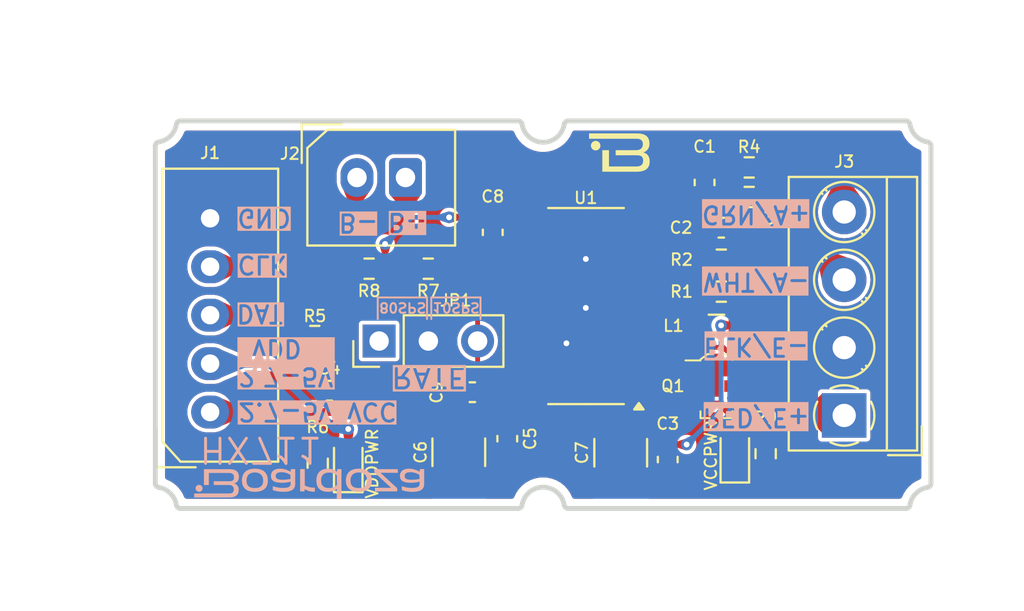
<source format=kicad_pcb>
(kicad_pcb (version 20240108) (generator "pcbnew") (generator_version "8.0")
  (layers (0 "F.Cu" signal) (31 "B.Cu" signal) (34 "B.Paste" user) (35 "F.Paste" user) (36 "B.SilkS" user "B.Silkscreen") (37 "F.SilkS" user "F.Silkscreen") (38 "B.Mask" user) (39 "F.Mask" user) (44 "Edge.Cuts" user))
  (net 0 "")
  (net 1 "Net-(U1-INA+)")
  (net 2 "Net-(U1-INA-)")
  (net 3 "Net-(U1-VBG)")
  (net 4 "GND")
  (net 5 "VCC")
  (net 6 "/SCK")
  (net 7 "/DAT")
  (net 8 "VDD")
  (net 9 "/B-")
  (net 10 "/B+")
  (net 11 "/A+")
  (net 12 "/A-")
  (net 13 "Net-(JP1-B)")
  (net 14 "Net-(Q1-B)")
  (net 15 "Net-(U1-VFB)")
  (net 17 "Net-(Q1-E)")
  (net 18 "Net-(J3-Pin_1)")
  (net 19 "Net-(U1-INB+)")
  (net 20 "Net-(U1-INB-)")
  (net 21 "Net-(U1-DVDD)")
  (net 22 "Net-(LED1-K)")
  (net 23 "Net-(LED2-K)")
  (footprint "Resistor_SMD:R_0603_1608Metric" (layer "F.Cu") (at 129.625 49.8 180)
    (property "Reference" "R5")
    (property "Value" "10K" (hide yes))
  )
  (footprint "LED_SMD:LED_0603_1608Metric" (layer "F.Cu") (at 131.35 56.375 90)
    (property "Reference" "LED1" (hide yes))
    (property "Value" "POWER" (hide yes))
  )
  (footprint "Capacitor_SMD:C_0603_1608Metric" (layer "F.Cu") (at 147.825 56.175 90)
    (property "Reference" "C3")
    (property "Value" "100nF" (hide yes))
  )
  (footprint "Resistor_SMD:R_0603_1608Metric" (layer "F.Cu") (at 152.025 42.625)
    (property "Reference" "R3")
    (property "Value" "100R" (hide yes))
  )
  (footprint "Inductor_SMD:L_0805_2012Metric" (layer "F.Cu") (at 150.3375 49.26 180)
    (property "Reference" "L1")
    (property "Value" "4,7uH" (hide yes))
  )
  (footprint "Capacitor_SMD:C_0603_1608Metric" (layer "F.Cu") (at 138.8 44.45 -90)
    (property "Reference" "C8")
    (property "Value" "100nF" (hide yes))
  )
  (footprint "Capacitor_SMD:C_0603_1608Metric" (layer "F.Cu") (at 149.725 41.875 -90)
    (property "Reference" "C1")
    (property "Value" "100nF" (hide yes))
  )
  (footprint "TerminalBlock_MetzConnect:TerminalBlock_MetzConnect_Type059_RT06304HBWC_1x04_P3.50mm_Horizontal" (layer "F.Cu") (at 156.925 53.9 90)
    (property "Reference" "J3")
    (property "Value" "Screw_Terminal_01x04" (hide yes))
  )
  (footprint "LED_SMD:LED_0603_1608Metric" (layer "F.Cu") (at 151.285 55.875 90)
    (property "Reference" "LED2" (hide yes))
    (property "Value" "POWER" (hide yes))
  )
  (footprint "Resistor_SMD:R_0603_1608Metric" (layer "F.Cu") (at 150.5875 45.86 180)
    (property "Reference" "R2")
    (property "Value" "8.2K" (hide yes))
  )
  (footprint "Resistor_SMD:R_0603_1608Metric" (layer "F.Cu") (at 129.775 56.365 -90)
    (property "Reference" "R6")
    (property "Value" "10K" (hide yes))
  )
  (footprint "Capacitor_SMD:C_1210_3225Metric" (layer "F.Cu") (at 145.4 55.825 -90)
    (property "Reference" "C7")
    (property "Value" "10uF" (hide yes))
  )
  (footprint "Resistor_SMD:R_0603_1608Metric" (layer "F.Cu") (at 152.875 55.875 -90)
    (property "Reference" "R9")
    (property "Value" "10K" (hide yes))
  )
  (footprint "ConnectorsBoardoza:2317-05S_1x05_P2.50mm_Vertical" (layer "F.Cu") (at 124.225 53.725 90)
    (property "Reference" "J1")
    (property "Value" "Conn_01x05" (hide yes))
  )
  (footprint "Resistor_SMD:R_0603_1608Metric" (layer "F.Cu") (at 132.425 46.325)
    (property "Reference" "R8")
    (property "Value" "100R" (hide yes))
  )
  (footprint "Package_SO:SOP-16_3.9x9.9mm_P1.27mm" (layer "F.Cu") (at 143.61 48.255 180)
    (property "Reference" "U1")
    (property "Value" "HX711" (hide yes))
  )
  (footprint "Connector_PinHeader_2.54mm:PinHeader_1x03_P2.54mm_Vertical" (layer "F.Cu") (at 132.94 50.06 90)
    (property "Reference" "JP1")
    (property "Value" "Jumper_3_Open" (hide yes))
  )
  (footprint "Resistor_SMD:R_0603_1608Metric" (layer "F.Cu") (at 135.475 46.325)
    (property "Reference" "R7")
    (property "Value" "100R" (hide yes))
  )
  (footprint "digikey-footprints:SOT-23-3" (layer "F.Cu") (at 150.3375 52.385)
    (property "Reference" "Q1")
    (property "Value" "MMBT4403" (hide yes))
  )
  (footprint "Resistor_SMD:R_0603_1608Metric" (layer "F.Cu") (at 150.5875 47.51 180)
    (property "Reference" "R1")
    (property "Value" "20K" (hide yes))
  )
  (footprint "Capacitor_SMD:C_0603_1608Metric" (layer "F.Cu") (at 130.375 52.625)
    (property "Reference" "C4")
    (property "Value" "100nF" (hide yes))
  )
  (footprint "Resistor_SMD:R_0603_1608Metric" (layer "F.Cu") (at 152.025 41.1)
    (property "Reference" "R4")
    (property "Value" "100R" (hide yes))
  )
  (footprint "Capacitor_SMD:C_1210_3225Metric" (layer "F.Cu") (at 137.05 55.8 -90)
    (property "Reference" "C6")
    (property "Value" "10uF" (hide yes))
  )
  (footprint "ConnectorsBoardoza:2317-02S_1x02_P2.50mm_Vertical" (layer "F.Cu") (at 131.8 41.62)
    (property "Reference" "J2")
    (property "Value" "Conn_01x02" (hide yes))
  )
  (footprint "Capacitor_SMD:C_0603_1608Metric" (layer "F.Cu") (at 139.55 55.1 90)
    (property "Reference" "C5")
    (property "Value" "100nF" (hide yes))
  )
  (footprint "Capacitor_SMD:C_0603_1608Metric" (layer "F.Cu") (at 137.75 52.7 180)
    (property "Reference" "C9")
    (property "Value" "100nF" (hide yes))
  )
  (footprint "Capacitor_SMD:C_0603_1608Metric" (layer "F.Cu") (at 150.5875 44.21 180)
    (property "Reference" "C2")
    (property "Value" "100nF" (hide yes))
  )
  (gr_line (start 138.17 47.81) (end 135.63 47.81) (stroke (width 0.1)) (layer "B.SilkS"))
  (gr_poly (pts (xy 134.65602 57.841019) (xy 134.733926 57.839495) (xy 134.770681 57.837586) (xy 134.80599 57.834906) (xy 134.839868 57.831453) (xy 134.872327 57.827224) (xy 134.903382 57.822214) (xy 134.933047 57.816421) (xy 134.961337 57.809842) (xy 134.988264 57.802472) (xy 135.013844 57.794308) (xy 135.03809 57.785348) (xy 135.061016 57.775587) (xy 135.082637 57.765023) (xy 135.102966 57.753652) (xy 135.122018 57.74147) (xy 135.139806 57.728474) (xy 135.156344 57.71466) (xy 135.171647 57.700026) (xy 135.185729 57.684569) (xy 135.198604 57.668283) (xy 135.210285 57.651167) (xy 135.220788 57.633216) (xy 135.230125 57.614428) (xy 135.238311 57.594799) (xy 135.245359 57.574325) (xy 135.251285 57.553004) (xy 135.256102 57.530831) (xy 135.259824 57.507804) (xy 135.262466 57.483918) (xy 135.26404 57.459172) (xy 135.264562 57.43356) (xy 135.264562 56.668915) (xy 135.03702 56.668915) (xy 135.03702 56.811791) (xy 135.014853 56.797304) (xy 134.990159 56.782712) (xy 134.96314 56.76816) (xy 134.933997 56.753789) (xy 134.902932 56.739744) (xy 134.870146 56.726168) (xy 134.83584 56.713204) (xy 134.800217 56.700996) (xy 134.763478 56.689688) (xy 134.725824 56.679422) (xy 134.687457 56.670341) (xy 134.648578 56.662591) (xy 134.609389 56.656312) (xy 134.570092 56.651651) (xy 134.530888 56.648748) (xy 134.491978 56.647749) (xy 134.448696 56.648712) (xy 134.405425 56.651733) (xy 134.36255 56.65701) (xy 134.320454 56.66474) (xy 134.299817 56.669587) (xy 134.27952 56.675121) (xy 134.259609 56.681368) (xy 134.240133 56.688351) (xy 134.221139 56.696096) (xy 134.202676 56.704627) (xy 134.184791 56.713969) (xy 134.167533 56.724147) (xy 134.150949 56.735186) (xy 134.135087 56.747109) (xy 134.119996 56.759942) (xy 134.105723 56.77371) (xy 134.092316 56.788437) (xy 134.079823 56.804148) (xy 134.068292 56.820868) (xy 134.057772 56.838621) (xy 134.04831 56.857432) (xy 134.039953 56.877326) (xy 134.032751 56.898328) (xy 134.026751 56.920461) (xy 134.022 56.943752) (xy 134.018548 56.968224) (xy 134.016441 56.993903) (xy 134.015798 57.018166) (xy 134.259145 57.018166) (xy 134.259447 57.006686) (xy 134.260352 56.995563) (xy 134.261857 56.984798) (xy 134.263961 56.974391) (xy 134.266662 56.964342) (xy 134.269958 56.954652) (xy 134.273847 56.945322) (xy 134.278327 56.936352) (xy 134.283396 56.927742) (xy 134.289053 56.919493) (xy 134.295294 56.911606) (xy 134.302119 56.90408) (xy 134.309525 56.896917) (xy 134.317511 56.890116) (xy 134.326074 56.883679) (xy 134.335213 56.877606) (xy 134.355209 56.866553) (xy 134.377484 56.856961) (xy 134.402023 56.848835) (xy 134.428809 56.842177) (xy 134.457828 56.836992) (xy 134.489064 56.833283) (xy 134.522501 56.831055) (xy 134.558125 56.830312) (xy 134.588759 56.830987) (xy 134.620018 56.832984) (xy 134.651718 56.836259) (xy 134.683678 56.840771) (xy 134.715715 56.846477) (xy 134.747648 56.853334) (xy 134.779294 56.861299) (xy 134.810471 56.87033) (xy 134.840997 56.880384) (xy 134.87069 56.891419) (xy 134.899367 56.903392) (xy 134.926846 56.91626) (xy 134.952946 56.929981) (xy 134.977484 56.944512) (xy 135.000278 56.95981) (xy 135.021146 56.975833) (xy 135.021146 57.179562) (xy 134.979655 57.186471) (xy 134.934784 57.193163) (xy 134.886874 57.199421) (xy 134.836268 57.205028) (xy 134.783304 57.209767) (xy 134.728326 57.21342) (xy 134.671673 57.215771) (xy 134.613687 57.216603) (xy 134.569155 57.216061) (xy 134.527806 57.214371) (xy 134.489596 57.211441) (xy 134.471654 57.209482) (xy 134.454482 57.207178) (xy 134.438073 57.204517) (xy 134.422423 57.201488) (xy 134.407525 57.198079) (xy 134.393375 57.194279) (xy 134.379967 57.190076) (xy 134.367295 57.185458) (xy 134.355356 57.180414) (xy 134.344142 57.174931) (xy 134.33365 57.169) (xy 134.323873 57.162607) (xy 134.314806 57.155741) (xy 134.306444 57.14839) (xy 134.298782 57.140544) (xy 134.291814 57.13219) (xy 134.285535 57.123316) (xy 134.27994 57.113912) (xy 134.275022 57.103965) (xy 134.270778 57.093463) (xy 134.267201 57.082396) (xy 134.264287 57.070752) (xy 134.262029 57.058518) (xy 134.260423 57.045683) (xy 134.259464 57.032237) (xy 134.259145 57.018166) (xy 134.015798 57.018166) (xy 134.015728 57.020812) (xy 134.016451 57.047668) (xy 134.018599 57.073192) (xy 134.02214 57.097414) (xy 134.02704 57.120367) (xy 134.033268 57.142081) (xy 134.040791 57.162588) (xy 134.049576 57.18192) (xy 134.059591 57.200109) (xy 134.070804 57.217184) (xy 134.083182 57.233179) (xy 134.096693 57.248125) (xy 134.111304 57.262053) (xy 134.126983 57.274994) (xy 134.143697 57.286981) (xy 134.161413 57.298044) (xy 134.180101 57.308216) (xy 134.220257 57.326008) (xy 134.263904 57.340611) (xy 134.310785 57.352277) (xy 134.360638 57.361256) (xy 134.413203 57.367802) (xy 134.468223 57.372165) (xy 134.525436 57.374598) (xy 134.584582 57.375353) (xy 134.646651 57.374268) (xy 134.707572 57.371137) (xy 134.766943 57.366145) (xy 134.824361 57.359479) (xy 134.879422 57.351324) (xy 134.931724 57.341868) (xy 134.980863 57.331295) (xy 135.026436 57.319791) (xy 135.026436 57.422978) (xy 135.025204 57.450268) (xy 135.021413 57.475601) (xy 135.014925 57.499003) (xy 135.010626 57.509989) (xy 135.0056 57.520502) (xy 134.99983 57.530547) (xy 134.993299 57.540126) (xy 134.985988 57.549243) (xy 134.977881 57.557901) (xy 134.96896 57.566103) (xy 134.959208 57.573854) (xy 134.948607 57.581156) (xy 134.93714 57.588012) (xy 134.911537 57.600404) (xy 134.882259 57.611055) (xy 134.849168 57.619993) (xy 134.812124 57.627245) (xy 134.770987 57.632839) (xy 134.725618 57.6368) (xy 134.675877 57.639157) (xy 134.621624 57.639937) (xy 134.586909 57.639478) (xy 134.552259 57.638128) (xy 134.517741 57.635926) (xy 134.483421 57.632909) (xy 134.449364 57.629117) (xy 134.415637 57.624589) (xy 134.382305 57.619363) (xy 134.349434 57.613479) (xy 134.31709 57.606974) (xy 134.28534 57.599888) (xy 134.254248 57.592259) (xy 134.223881 57.584126) (xy 134.194305 57.575528) (xy 134.165585 57.566504) (xy 134.137787 57.557093) (xy 134.110978 57.547332) (xy 134.110978 57.753708) (xy 134.134831 57.762973) (xy 134.16066 57.771893) (xy 134.188334 57.780433) (xy 134.217721 57.788558) (xy 134.281108 57.803426) (xy 134.349765 57.816216) (xy 134.422639 57.826649) (xy 134.498676 57.834447) (xy 134.576821 57.83933) (xy 134.65602 57.84102)) (fill solid) (layer "B.SilkS"))
  (gr_line (start 135.63 47.81) (end 135.63 48.92) (stroke (width 0.1)) (layer "B.SilkS"))
  (gr_poly (pts (xy 125.268651 58.128216) (xy 125.321319 58.124528) (xy 125.370956 58.11822) (xy 125.417473 58.109159) (xy 125.460781 58.097216) (xy 125.481204 58.090121) (xy 125.500791 58.082257) (xy 125.519531 58.073605) (xy 125.537413 58.064151) (xy 125.554426 58.053876) (xy 125.570559 58.042766) (xy 125.5858 58.030802) (xy 125.600139 58.01797) (xy 125.613564 58.004252) (xy 125.626065 57.989632) (xy 125.637629 57.974093) (xy 125.648246 57.95762) (xy 125.657905 57.940195) (xy 125.666594 57.921801) (xy 125.674303 57.902424) (xy 125.681021 57.882046) (xy 125.686735 57.86065) (xy 125.691435 57.83822) (xy 125.695111 57.81474) (xy 125.69775 57.790193) (xy 125.699341 57.764563) (xy 125.699874 57.737834) (xy 125.699567 57.720237) (xy 125.698655 57.703161) (xy 125.697153 57.686601) (xy 125.695079 57.670551) (xy 125.692446 57.655004) (xy 125.68927 57.639956) (xy 125.685567 57.6254) (xy 125.681353 57.61133) (xy 125.676643 57.59774) (xy 125.671452 57.584626) (xy 125.665796 57.57198) (xy 125.659691 57.559798) (xy 125.653151 57.548073) (xy 125.646193 57.536799) (xy 125.631083 57.515584) (xy 125.614484 57.496104) (xy 125.596521 57.478314) (xy 125.577319 57.462168) (xy 125.556999 57.447618) (xy 125.535688 57.434619) (xy 125.513509 57.423124) (xy 125.490585 57.413086) (xy 125.467041 57.404458) (xy 125.479844 57.401489) (xy 125.492448 57.398039) (xy 125.504838 57.394106) (xy 125.517002 57.389689) (xy 125.528925 57.384788) (xy 125.540595 57.379401) (xy 125.551997 57.373529) (xy 125.563118 57.367168) (xy 125.573944 57.36032) (xy 125.584463 57.352982) (xy 125.594659 57.345154) (xy 125.604521 57.336834) (xy 125.614033 57.328023) (xy 125.623184 57.318718) (xy 125.631958 57.308919) (xy 125.640343 57.298625) (xy 125.648325 57.287834) (xy 125.65589 57.276547) (xy 125.663025 57.264762) (xy 125.669716 57.252478) (xy 125.67595 57.239693) (xy 125.681712 57.226408) (xy 125.686991 57.212621) (xy 125.691771 57.198331) (xy 125.69604 57.183537) (xy 125.699784 57.168239) (xy 125.702989 57.152434) (xy 125.705641 57.136123) (xy 125.707728 57.119304) (xy 125.709235 57.101976) (xy 125.71015 57.084139) (xy 125.710457 57.065791) (xy 125.709947 57.040218) (xy 125.708416 57.015582) (xy 125.705871 56.991875) (xy 125.702313 56.969089) (xy 125.697748 56.947216) (xy 125.69218 56.926247) (xy 125.685611 56.906175) (xy 125.678046 56.886991) (xy 125.669489 56.868686) (xy 125.659944 56.851253) (xy 125.649414 56.834683) (xy 125.637904 56.818969) (xy 125.625417 56.804101) (xy 125.611957 56.790072) (xy 125.597528 56.776873) (xy 125.582135 56.764497) (xy 125.56578 56.752934) (xy 125.548467 56.742177) (xy 125.530202 56.732218) (xy 125.510987 56.723047) (xy 125.490826 56.714658) (xy 125.469723 56.707041) (xy 125.447682 56.700189) (xy 125.424708 56.694093) (xy 125.400803 56.688745) (xy 125.375972 56.684137) (xy 125.350218 56.68026) (xy 125.323546 56.677107) (xy 125.267461 56.672937) (xy 125.207749 56.671562) (xy 123.906 56.671562) (xy 123.906 57.489125) (xy 124.16 57.489125) (xy 124.16 56.87) (xy 125.19452 56.87) (xy 125.225367 56.87078) (xy 125.254393 56.873142) (xy 125.281573 56.877116) (xy 125.306886 56.882733) (xy 125.318834 56.886168) (xy 125.330307 56.890025) (xy 125.341301 56.894308) (xy 125.351813 56.899021) (xy 125.361841 56.904169) (xy 125.371382 56.909755) (xy 125.380432 56.915782) (xy 125.388989 56.922255) (xy 125.39705 56.929178) (xy 125.404612 56.936554) (xy 125.411672 56.944388) (xy 125.418228 56.952682) (xy 125.424275 56.961442) (xy 125.429812 56.970671) (xy 125.434836 56.980373) (xy 125.439343 56.990551) (xy 125.44333 57.00121) (xy 125.446796 57.012353) (xy 125.449736 57.023985) (xy 125.452148 57.036109) (xy 125.454029 57.048729) (xy 125.455376 57.061849) (xy 125.456187 57.075473) (xy 125.456458 57.089604) (xy 125.456225 57.103698) (xy 125.455528 57.117211) (xy 125.454367 57.130153) (xy 125.452742 57.142531) (xy 125.450654 57.154356) (xy 125.448104 57.165634) (xy 125.445091 57.176376) (xy 125.441616 57.18659) (xy 125.437681 57.196285) (xy 125.433284 57.205469) (xy 125.428427 57.214151) (xy 125.423111 57.22234) (xy 125.417335 57.230045) (xy 125.411101 57.237273) (xy 125.404408 57.244035) (xy 125.397257 57.250339) (xy 125.389649 57.256192) (xy 125.381584 57.261605) (xy 125.373063 57.266586) (xy 125.364086 57.271144) (xy 125.354654 57.275286) (xy 125.344766 57.279023) (xy 125.334424 57.282363) (xy 125.323629 57.285313) (xy 125.312379 57.287885) (xy 125.300677 57.290085) (xy 125.275916 57.293406) (xy 125.249348 57.295348) (xy 125.220979 57.29598) (xy 124.413999 57.29598) (xy 124.413999 57.489125) (xy 125.173354 57.489125) (xy 125.203447 57.489908) (xy 125.232161 57.492293) (xy 125.259418 57.496328) (xy 125.28514 57.502065) (xy 125.297401 57.505587) (xy 125.30925 57.509553) (xy 125.320676 57.51397) (xy 125.331669 57.518844) (xy 125.342221 57.524181) (xy 125.352322 57.529987) (xy 125.361961 57.53627) (xy 125.37113 57.543034) (xy 125.379817 57.550286) (xy 125.388015 57.558033) (xy 125.395712 57.566282) (xy 125.4029 57.575037) (xy 125.409569 57.584306) (xy 125.415708 57.594095) (xy 125.421309 57.604409) (xy 125.426361 57.615257) (xy 125.430856 57.626643) (xy 125.434782 57.638574) (xy 125.438131 57.651056) (xy 125.440893 57.664096) (xy 125.443058 57.6777) (xy 125.444616 57.691874) (xy 125.445558 57.706625) (xy 125.445874 57.721958) (xy 125.445619 57.735113) (xy 125.444856 57.747791) (xy 125.443587 57.759997) (xy 125.441818 57.771733) (xy 125.43955 57.783004) (xy 125.436788 57.793814) (xy 125.433534 57.804167) (xy 125.429793 57.814066) (xy 125.425567 57.823516) (xy 125.42086 57.83252) (xy 125.415675 57.841082) (xy 125.410016 57.849206) (xy 125.403886 57.856896) (xy 125.397289 57.864156) (xy 125.390227 57.87099) (xy 125.382705 57.877401) (xy 125.374726 57.883394) (xy 125.366292 57.888971) (xy 125.357408 57.894138) (xy 125.348077 57.898898) (xy 125.338302 57.903255) (xy 125.328086 57.907213) (xy 125.317434 57.910776) (xy 125.306348 57.913947) (xy 125.294832 57.91673) (xy 125.282889 57.91913) (xy 125.270522 57.92115) (xy 125.257736 57.922794) (xy 125.230916 57.924969) (xy 125.202458 57.925687) (xy 123.403291 57.925687) (xy 123.403291 58.129417) (xy 125.213041 58.129417)) (fill solid) (layer "B.SilkS"))
  (gr_line (start 138.17 48.92) (end 138.17 47.81) (stroke (width 0.1)) (layer "B.SilkS"))
  (gr_poly (pts (xy 130.999478 56.671562) (xy 130.771938 56.671562) (xy 130.771938 56.8065) (xy 130.75142 56.790358) (xy 130.729589 56.774724) (xy 130.706494 56.759671) (xy 130.682186 56.745273) (xy 130.656715 56.731604) (xy 130.630132 56.718737) (xy 130.602487 56.706747) (xy 130.573831 56.695705) (xy 130.544213 56.685687) (xy 130.513684 56.676766) (xy 130.482295 56.669015) (xy 130.450096 56.662508) (xy 130.417138 56.657319) (xy 130.38347 56.653522) (xy 130.349143 56.651189) (xy 130.314208 56.650395) (xy 130.277545 56.651015) (xy 130.241971 56.652871) (xy 130.207492 56.655961) (xy 130.174113 56.660281) (xy 130.141839 56.665828) (xy 130.110674 56.672598) (xy 130.080623 56.680587) (xy 130.051692 56.689793) (xy 130.023884 56.700213) (xy 129.997205 56.711842) (xy 129.97166 56.724677) (xy 129.947254 56.738715) (xy 129.92399 56.753953) (xy 129.901875 56.770387) (xy 129.880913 56.788014) (xy 129.861109 56.80683) (xy 129.842468 56.826832) (xy 129.824994 56.848017) (xy 129.808692 56.870381) (xy 129.793568 56.89392) (xy 129.779626 56.918632) (xy 129.766871 56.944513) (xy 129.755307 56.97156) (xy 129.744941 56.999769) (xy 129.735775 57.029137) (xy 129.727816 57.05966) (xy 129.721069 57.091336) (xy 129.715537 57.124159) (xy 129.711226 57.158129) (xy 129.708141 57.19324) (xy 129.706286 57.22949) (xy 129.705798 57.258937) (xy 129.949083 57.258937) (xy 129.950579 57.212473) (xy 129.955098 57.16839) (xy 129.958505 57.147267) (xy 129.962686 57.126771) (xy 129.967646 57.106912) (xy 129.973391 57.087702) (xy 129.979927 57.069151) (xy 129.987258 57.051269) (xy 129.995393 57.034067) (xy 130.004335 57.017557) (xy 130.014091 57.001747) (xy 130.024667 56.98665) (xy 130.036068 56.972276) (xy 130.048301 56.958635) (xy 130.061371 56.945739) (xy 130.075284 56.933597) (xy 130.090046 56.92222) (xy 130.105662 56.91162) (xy 130.122139 56.901806) (xy 130.139482 56.89279) (xy 130.157697 56.884582) (xy 130.17679 56.877193) (xy 130.196766 56.870633) (xy 130.217632 56.864914) (xy 130.239393 56.860045) (xy 130.262056 56.856037) (xy 130.285625 56.852901) (xy 130.310107 56.850648) (xy 130.335508 56.849289) (xy 130.361833 56.848833) (xy 130.390533 56.849508) (xy 130.419039 56.8515) (xy 130.447282 56.854763) (xy 130.475191 56.859251) (xy 130.502697 56.864917) (xy 130.52973 56.871715) (xy 130.556221 56.879599) (xy 130.582099 56.888521) (xy 130.607295 56.898435) (xy 130.631739 56.909295) (xy 130.655362 56.921054) (xy 130.678093 56.933665) (xy 130.699863 56.947083) (xy 130.720602 56.96126) (xy 130.74024 56.976151) (xy 130.758708 56.991708) (xy 130.761354 56.991708) (xy 130.761354 57.497062) (xy 130.740181 57.514422) (xy 130.718349 57.530775) (xy 130.695881 57.546105) (xy 130.672801 57.560396) (xy 130.649132 57.573633) (xy 130.624897 57.5858) (xy 130.60012 57.596882) (xy 130.574823 57.606864) (xy 130.54903 57.615729) (xy 130.522764 57.623462) (xy 130.496049 57.630048) (xy 130.468907 57.635471) (xy 130.441362 57.639717) (xy 130.413438 57.642768) (xy 130.385156 57.64461) (xy 130.356542 57.645228) (xy 130.310544 57.643913) (xy 130.266867 57.639916) (xy 130.245928 57.636887) (xy 130.225602 57.633159) (xy 130.205901 57.628722) (xy 130.186836 57.623565) (xy 130.168418 57.61768) (xy 130.150659 57.611057) (xy 130.133569 57.603686) (xy 130.11716 57.595557) (xy 130.101443 57.58666) (xy 130.086429 57.576987) (xy 130.072129 57.566527) (xy 130.058554 57.55527) (xy 130.045715 57.543207) (xy 130.033625 57.530328) (xy 130.022292 57.516624) (xy 130.01173 57.502085) (xy 130.001948 57.4867) (xy 129.992959 57.470461) (xy 129.984773 57.453358) (xy 129.977401 57.435381) (xy 129.970855 57.41652) (xy 129.965145 57.396766) (xy 129.960284 57.376108) (xy 129.956281 57.354538) (xy 129.953148 57.332046) (xy 129.950897 57.308621) (xy 129.949538 57.284255) (xy 129.949083 57.258937) (xy 129.705798 57.258937) (xy 129.705667 57.266874) (xy 129.706361 57.304145) (xy 129.708431 57.340063) (xy 129.711858 57.374639) (xy 129.716622 57.407884) (xy 129.722704 57.439809) (xy 129.730084 57.470426) (xy 129.738743 57.499745) (xy 129.748661 57.527778) (xy 129.75982 57.554536) (xy 129.7722 57.58003) (xy 129.785781 57.604272) (xy 129.800544 57.627271) (xy 129.81647 57.64904) (xy 129.83354 57.66959) (xy 129.851733 57.688931) (xy 129.871031 57.707075) (xy 129.891414 57.724033) (xy 129.912863 57.739817) (xy 129.935358 57.754436) (xy 129.958881 57.767903) (xy 129.983411 57.780229) (xy 130.008929 57.791425) (xy 130.035417 57.801501) (xy 130.062854 57.810469) (xy 130.091221 57.818341) (xy 130.120499 57.825127) (xy 130.18171 57.835486) (xy 130.246331 57.841636) (xy 130.314208 57.843666) (xy 130.348966 57.842902) (xy 130.382793 57.840653) (xy 130.41569 57.836986) (xy 130.447657 57.831967) (xy 130.478694 57.82566) (xy 130.508801 57.818133) (xy 130.537977 57.80945) (xy 130.566224 57.799679) (xy 130.59354 57.788885) (xy 130.619926 57.777133) (xy 130.645382 57.764489) (xy 130.669907 57.75102) (xy 130.693503 57.736792) (xy 130.716168 57.72187) (xy 130.737903 57.70632) (xy 130.758708 57.690208) (xy 130.758708 58.206145) (xy 130.999478 58.206145)) (fill solid) (layer "B.SilkS"))
  (gr_poly (pts (xy 126.574108 57.840425) (xy 126.613645 57.838642) (xy 126.651922 57.835677) (xy 126.688936 57.831538) (xy 126.724684 57.82623) (xy 126.759165 57.81976) (xy 126.792375 57.812134) (xy 126.824312 57.803359) (xy 126.854975 57.79344) (xy 126.88436 57.782384) (xy 126.912465 57.770197) (xy 126.939287 57.756886) (xy 126.964825 57.742457) (xy 126.989076 57.726916) (xy 127.012037 57.710269) (xy 127.033705 57.692523) (xy 127.05408 57.673684) (xy 127.073157 57.653759) (xy 127.090935 57.632753) (xy 127.107411 57.610673) (xy 127.122584 57.587525) (xy 127.136449 57.563316) (xy 127.149006 57.538052) (xy 127.160251 57.511738) (xy 127.170182 57.484383) (xy 127.178797 57.45599) (xy 127.186093 57.426568) (xy 127.192068 57.396123) (xy 127.196719 57.36466) (xy 127.200045 57.332185) (xy 127.202042 57.298706) (xy 127.202708 57.264229) (xy 127.202042 57.227543) (xy 127.200045 57.191903) (xy 127.196719 57.157317) (xy 127.192068 57.123793) (xy 127.186093 57.091339) (xy 127.178797 57.059963) (xy 127.170182 57.029671) (xy 127.160251 57.000473) (xy 127.149006 56.972375) (xy 127.136449 56.945386) (xy 127.122584 56.919513) (xy 127.107411 56.894763) (xy 127.090935 56.871146) (xy 127.073157 56.848668) (xy 127.05408 56.827337) (xy 127.033705 56.807162) (xy 127.012037 56.788148) (xy 126.989076 56.770306) (xy 126.964825 56.753642) (xy 126.939287 56.738163) (xy 126.912465 56.723878) (xy 126.88436 56.710795) (xy 126.854975 56.698921) (xy 126.824312 56.688264) (xy 126.792375 56.678832) (xy 126.759165 56.670632) (xy 126.724684 56.663673) (xy 126.688936 56.657961) (xy 126.651922 56.653505) (xy 126.613645 56.650313) (xy 126.533312 56.64775) (xy 126.492524 56.6484) (xy 126.453009 56.650342) (xy 126.414768 56.653569) (xy 126.377802 56.65807) (xy 126.342114 56.663836) (xy 126.307704 56.670859) (xy 126.274574 56.679129) (xy 126.242725 56.688636) (xy 126.212159 56.699372) (xy 126.182878 56.711328) (xy 126.154882 56.724494) (xy 126.128174 56.73886) (xy 126.102754 56.754419) (xy 126.078625 56.77116) (xy 126.055787 56.789075) (xy 126.034242 56.808153) (xy 126.013991 56.828387) (xy 125.995037 56.849766) (xy 125.97738 56.872282) (xy 125.961021 56.895926) (xy 125.945963 56.920687) (xy 125.932207 56.946557) (xy 125.919754 56.973528) (xy 125.908606 57.001588) (xy 125.898764 57.03073) (xy 125.890229 57.060945) (xy 125.883004 57.092222) (xy 125.877089 57.124552) (xy 125.872485 57.157928) (xy 125.869196 57.192338) (xy 125.867221 57.227775) (xy 125.866562 57.264229) (xy 126.104687 57.264229) (xy 126.10512 57.239278) (xy 126.106419 57.21503) (xy 126.108581 57.191492) (xy 126.111601 57.168669) (xy 126.115478 57.146566) (xy 126.120209 57.125191) (xy 126.125791 57.104548) (xy 126.13222 57.084643) (xy 126.139494 57.065482) (xy 126.147611 57.047071) (xy 126.156566 57.029416) (xy 126.166358 57.012523) (xy 126.176983 56.996397) (xy 126.188438 56.981044) (xy 126.20072 56.966471) (xy 126.213828 56.952682) (xy 126.227757 56.939683) (xy 126.242504 56.927482) (xy 126.258068 56.916082) (xy 126.274444 56.905491) (xy 126.291631 56.895713) (xy 126.309624 56.886756) (xy 126.328422 56.878623) (xy 126.348021 56.871322) (xy 126.368419 56.864859) (xy 126.389612 56.859238) (xy 126.411597 56.854466) (xy 126.434372 56.850549) (xy 126.457934 56.847492) (xy 126.48228 56.845301) (xy 126.507407 56.843982) (xy 126.533312 56.843541) (xy 126.559217 56.844012) (xy 126.584344 56.845417) (xy 126.60869 56.847744) (xy 126.632252 56.850983) (xy 126.655027 56.85512) (xy 126.677013 56.860145) (xy 126.698206 56.866046) (xy 126.718603 56.872811) (xy 126.738202 56.880428) (xy 126.757 56.888887) (xy 126.774994 56.898175) (xy 126.79218 56.908281) (xy 126.808557 56.919193) (xy 126.82412 56.9309) (xy 126.838868 56.94339) (xy 126.852797 56.95665) (xy 126.865904 56.970671) (xy 126.878187 56.985439) (xy 126.889642 57.000944) (xy 126.900267 57.017174) (xy 126.910058 57.034116) (xy 126.919014 57.051761) (xy 126.92713 57.070095) (xy 126.934404 57.089107) (xy 126.940834 57.108786) (xy 126.946415 57.12912) (xy 126.951146 57.150098) (xy 126.955023 57.171707) (xy 126.958044 57.193936) (xy 126.960205 57.216774) (xy 126.961504 57.240209) (xy 126.961938 57.264229) (xy 126.961519 57.288135) (xy 126.960263 57.311238) (xy 126.95817 57.33354) (xy 126.95524 57.355045) (xy 126.951473 57.375755) (xy 126.946869 57.395674) (xy 126.941427 57.414804) (xy 126.935148 57.433149) (xy 126.928033 57.45071) (xy 126.92008 57.467492) (xy 126.911289 57.483496) (xy 126.901662 57.498726) (xy 126.891197 57.513185) (xy 126.879896 57.526875) (xy 126.867757 57.539801) (xy 126.854781 57.551963) (xy 126.840968 57.563366) (xy 126.826318 57.574012) (xy 126.81083 57.583904) (xy 126.794505 57.593046) (xy 126.777344 57.601439) (xy 126.759345 57.609087) (xy 126.740509 57.615993) (xy 126.720835 57.62216) (xy 126.700325 57.627591) (xy 126.678978 57.632287) (xy 126.633771 57.639492) (xy 126.585216 57.643798) (xy 126.533312 57.645228) (xy 126.481408 57.643915) (xy 126.432853 57.639926) (xy 126.409831 57.636908) (xy 126.387646 57.633194) (xy 126.366299 57.628777) (xy 126.345789 57.623648) (xy 126.326115 57.617798) (xy 126.307279 57.611219) (xy 126.28928 57.603901) (xy 126.272119 57.595836) (xy 126.255794 57.587015) (xy 126.240307 57.57743) (xy 126.225656 57.567072) (xy 126.211843 57.555932) (xy 126.198867 57.544001) (xy 126.186728 57.53127) (xy 126.175427 57.517732) (xy 126.164962 57.503377) (xy 126.155335 57.488196) (xy 126.146545 57.472181) (xy 126.138592 57.455323) (xy 126.131476 57.437613) (xy 126.125197 57.419043) (xy 126.119756 57.399604) (xy 126.115151 57.379287) (xy 126.111384 57.358083) (xy 126.108454 57.335985) (xy 126.106361 57.312982) (xy 126.105105 57.289066) (xy 126.104687 57.264229) (xy 125.866562 57.264229) (xy 125.867228 57.298474) (xy 125.869225 57.331749) (xy 125.872549 57.364048) (xy 125.877197 57.395363) (xy 125.883167 57.425685) (xy 125.890456 57.455008) (xy 125.899061 57.483322) (xy 125.908978 57.510622) (xy 125.920206 57.536898) (xy 125.93274 57.562143) (xy 125.946579 57.58635) (xy 125.961719 57.60951) (xy 125.978158 57.631616) (xy 125.995891 57.65266) (xy 126.014918 57.672634) (xy 126.035234 57.691531) (xy 126.056837 57.709342) (xy 126.079724 57.726061) (xy 126.103891 57.741679) (xy 126.129337 57.756188) (xy 126.156058 57.769581) (xy 126.184051 57.781851) (xy 126.213313 57.792988) (xy 126.243841 57.802986) (xy 126.275634 57.811837) (xy 126.308686 57.819533) (xy 126.342997 57.826066) (xy 126.378562 57.831429) (xy 126.453445 57.838612) (xy 126.533312 57.84102) (xy 126.533312 57.841021)) (fill solid) (layer "B.SilkS"))
  (gr_poly (pts (xy 131.934565 57.840425) (xy 131.974102 57.838642) (xy 132.012379 57.835677) (xy 132.049393 57.831538) (xy 132.085141 57.82623) (xy 132.119622 57.81976) (xy 132.152832 57.812134) (xy 132.18477 57.803359) (xy 132.215432 57.79344) (xy 132.244817 57.782384) (xy 132.272922 57.770197) (xy 132.299745 57.756886) (xy 132.325282 57.742457) (xy 132.349533 57.726916) (xy 132.372494 57.710269) (xy 132.394163 57.692523) (xy 132.414537 57.673684) (xy 132.433614 57.653759) (xy 132.451392 57.632753) (xy 132.467869 57.610673) (xy 132.483041 57.587525) (xy 132.496906 57.563316) (xy 132.509463 57.538052) (xy 132.520708 57.511738) (xy 132.530639 57.484383) (xy 132.539254 57.45599) (xy 132.54655 57.426568) (xy 132.552525 57.396123) (xy 132.557176 57.36466) (xy 132.560502 57.332185) (xy 132.562499 57.298706) (xy 132.563165 57.264229) (xy 132.562499 57.227543) (xy 132.560502 57.191903) (xy 132.557176 57.157317) (xy 132.552525 57.123793) (xy 132.54655 57.091339) (xy 132.539254 57.059963) (xy 132.530639 57.029671) (xy 132.520708 57.000473) (xy 132.509463 56.972375) (xy 132.496906 56.945386) (xy 132.483041 56.919513) (xy 132.467869 56.894763) (xy 132.451393 56.871146) (xy 132.433615 56.848668) (xy 132.414537 56.827337) (xy 132.394163 56.807162) (xy 132.372494 56.788148) (xy 132.349533 56.770306) (xy 132.325283 56.753642) (xy 132.299745 56.738163) (xy 132.272923 56.723878) (xy 132.244818 56.710795) (xy 132.215433 56.698921) (xy 132.18477 56.688264) (xy 132.152833 56.678832) (xy 132.119622 56.670632) (xy 132.085142 56.663673) (xy 132.049393 56.657961) (xy 132.012379 56.653505) (xy 131.974103 56.650313) (xy 131.893769 56.64775) (xy 131.852981 56.6484) (xy 131.813466 56.650342) (xy 131.775225 56.653569) (xy 131.738259 56.65807) (xy 131.702571 56.663836) (xy 131.668161 56.670859) (xy 131.635031 56.679129) (xy 131.603182 56.688636) (xy 131.572617 56.699372) (xy 131.543335 56.711328) (xy 131.51534 56.724494) (xy 131.488631 56.73886) (xy 131.463212 56.754419) (xy 131.439082 56.77116) (xy 131.416244 56.789075) (xy 131.394699 56.808153) (xy 131.374449 56.828387) (xy 131.355494 56.849766) (xy 131.337837 56.872282) (xy 131.321479 56.895926) (xy 131.306421 56.920687) (xy 131.292665 56.946557) (xy 131.280212 56.973528) (xy 131.269063 57.001588) (xy 131.259221 57.03073) (xy 131.250687 57.060945) (xy 131.243461 57.092222) (xy 131.237546 57.124552) (xy 131.232943 57.157928) (xy 131.229653 57.192338) (xy 131.227678 57.227775) (xy 131.227019 57.264229) (xy 131.465145 57.264229) (xy 131.465579 57.239278) (xy 131.466878 57.21503) (xy 131.469039 57.191492) (xy 131.47206 57.168669) (xy 131.475937 57.146566) (xy 131.480667 57.125191) (xy 131.486249 57.104548) (xy 131.492678 57.084643) (xy 131.499953 57.065482) (xy 131.508069 57.047071) (xy 131.517024 57.029416) (xy 131.526816 57.012523) (xy 131.53744 56.996397) (xy 131.548896 56.981044) (xy 131.561178 56.966471) (xy 131.574285 56.952682) (xy 131.588214 56.939683) (xy 131.602962 56.927482) (xy 131.618525 56.916082) (xy 131.634902 56.905491) (xy 131.652088 56.895713) (xy 131.670082 56.886756) (xy 131.688879 56.878623) (xy 131.708478 56.871322) (xy 131.728876 56.864859) (xy 131.750069 56.859238) (xy 131.772054 56.854466) (xy 131.79483 56.850549) (xy 131.818392 56.847492) (xy 131.842738 56.845301) (xy 131.867864 56.843982) (xy 131.893769 56.843541) (xy 131.919674 56.844012) (xy 131.944801 56.845417) (xy 131.969147 56.847744) (xy 131.992709 56.850983) (xy 132.015484 56.85512) (xy 132.03747 56.860145) (xy 132.058663 56.866046) (xy 132.07906 56.872811) (xy 132.09866 56.880428) (xy 132.117457 56.888887) (xy 132.135451 56.898175) (xy 132.152637 56.908281) (xy 132.169014 56.919193) (xy 132.184577 56.9309) (xy 132.199325 56.94339) (xy 132.213254 56.95665) (xy 132.226361 56.970671) (xy 132.238644 56.985439) (xy 132.250099 57.000944) (xy 132.260724 57.017174) (xy 132.270515 57.034116) (xy 132.279471 57.051761) (xy 132.287587 57.070095) (xy 132.294861 57.089107) (xy 132.301291 57.108786) (xy 132.306872 57.12912) (xy 132.311603 57.150098) (xy 132.31548 57.171707) (xy 132.318501 57.193936) (xy 132.320662 57.216774) (xy 132.321961 57.240209) (xy 132.322395 57.264229) (xy 132.321976 57.288135) (xy 132.32072 57.311238) (xy 132.318627 57.33354) (xy 132.315697 57.355045) (xy 132.31193 57.375755) (xy 132.307326 57.395674) (xy 132.301884 57.414804) (xy 132.295605 57.433149) (xy 132.288489 57.45071) (xy 132.280536 57.467492) (xy 132.271746 57.483496) (xy 132.262119 57.498726) (xy 132.251654 57.513185) (xy 132.240353 57.526875) (xy 132.228214 57.539801) (xy 132.215238 57.551963) (xy 132.201425 57.563366) (xy 132.186775 57.574012) (xy 132.171287 57.583904) (xy 132.154963 57.593046) (xy 132.137801 57.601439) (xy 132.119802 57.609087) (xy 132.100966 57.615993) (xy 132.081293 57.62216) (xy 132.060782 57.627591) (xy 132.039435 57.632287) (xy 131.994228 57.639492) (xy 131.945673 57.643798) (xy 131.893769 57.645228) (xy 131.841866 57.643915) (xy 131.793311 57.639926) (xy 131.770289 57.636908) (xy 131.748104 57.633194) (xy 131.726757 57.628777) (xy 131.706246 57.623648) (xy 131.686573 57.617798) (xy 131.667737 57.611219) (xy 131.649738 57.603901) (xy 131.632577 57.595836) (xy 131.616252 57.587015) (xy 131.600765 57.57743) (xy 131.586114 57.567072) (xy 131.572301 57.555932) (xy 131.559325 57.544001) (xy 131.547187 57.53127) (xy 131.535885 57.517732) (xy 131.525421 57.503377) (xy 131.515793 57.488196) (xy 131.507003 57.472181) (xy 131.49905 57.455323) (xy 131.491934 57.437613) (xy 131.485656 57.419043) (xy 131.480214 57.399604) (xy 131.47561 57.379287) (xy 131.471843 57.358083) (xy 131.468912 57.335985) (xy 131.46682 57.312982) (xy 131.465564 57.289066) (xy 131.465145 57.264229) (xy 131.227019 57.264229) (xy 131.227686 57.298474) (xy 131.229682 57.331749) (xy 131.233006 57.364048) (xy 131.237654 57.395363) (xy 131.243625 57.425685) (xy 131.250913 57.455008) (xy 131.259518 57.483322) (xy 131.269436 57.510622) (xy 131.280663 57.536898) (xy 131.293198 57.562143) (xy 131.307036 57.58635) (xy 131.322176 57.60951) (xy 131.338615 57.631616) (xy 131.356349 57.65266) (xy 131.375375 57.672634) (xy 131.395691 57.691531) (xy 131.417294 57.709342) (xy 131.440181 57.726061) (xy 131.464349 57.741679) (xy 131.489794 57.756188) (xy 131.516515 57.769581) (xy 131.544508 57.781851) (xy 131.57377 57.792988) (xy 131.604299 57.802986) (xy 131.636091 57.811837) (xy 131.669144 57.819533) (xy 131.703454 57.826066) (xy 131.739019 57.831429) (xy 131.813902 57.838612) (xy 131.893769 57.84102) (xy 131.893769 57.841021)) (fill solid) (layer "B.SilkS"))
  (gr_line (start 135.41 48.92) (end 135.41 47.81) (stroke (width 0.1)) (layer "B.SilkS"))
  (gr_poly (pts (xy 129.62629 57.626708) (xy 129.579859 57.626069) (xy 129.535748 57.624206) (xy 129.493863 57.621196) (xy 129.454105 57.617116) (xy 129.416378 57.612044) (xy 129.380585 57.606058) (xy 129.346629 57.599234) (xy 129.314413 57.59165) (xy 129.283841 57.583385) (xy 129.254815 57.574515) (xy 129.227239 57.565117) (xy 129.201015 57.55527) (xy 129.176047 57.545051) (xy 129.152237 57.534538) (xy 129.12949 57.523807) (xy 129.107708 57.512937) (xy 129.107708 56.668916) (xy 128.866937 56.668916) (xy 128.866937 57.819853) (xy 129.094479 57.819853) (xy 129.097124 57.817208) (xy 129.097124 57.700791) (xy 129.121787 57.715417) (xy 129.147209 57.729492) (xy 129.173468 57.742963) (xy 129.200642 57.755775) (xy 129.228809 57.767874) (xy 129.258045 57.779205) (xy 129.288428 57.789715) (xy 129.320036 57.799348) (xy 129.352946 57.808052) (xy 129.387236 57.815771) (xy 129.422983 57.822451) (xy 129.460265 57.828039) (xy 129.499159 57.832479) (xy 129.539743 57.835718) (xy 129.582094 57.837701) (xy 129.62629 57.838374)) (fill solid) (layer "B.SilkS"))
  (gr_line (start 135.41 47.81) (end 132.87 47.81) (stroke (width 0.1)) (layer "B.SilkS"))
  (gr_poly (pts (xy 133.875499 57.655812) (xy 133.010311 56.859416) (xy 133.904603 56.862063) (xy 133.904603 56.671562) (xy 132.692811 56.671562) (xy 132.692811 56.835604) (xy 133.555353 57.634646) (xy 132.727207 57.632) (xy 132.727207 57.819853) (xy 133.875499 57.819853)) (fill solid) (layer "B.SilkS"))
  (gr_poly (pts (xy 123.663904 57.840787) (xy 123.673041 57.840092) (xy 123.682045 57.838948) (xy 123.690905 57.837365) (xy 123.69961 57.835356) (xy 123.708147 57.832932) (xy 123.716507 57.830103) (xy 123.724677 57.826882) (xy 123.732647 57.823279) (xy 123.740405 57.819306) (xy 123.747939 57.814973) (xy 123.755239 57.810294) (xy 123.762293 57.805278) (xy 123.769089 57.799936) (xy 123.775618 57.794281) (xy 123.781866 57.788324) (xy 123.787823 57.782076) (xy 123.793478 57.775548) (xy 123.798819 57.768751) (xy 123.803836 57.761697) (xy 123.808515 57.754397) (xy 123.812847 57.746863) (xy 123.816821 57.739105) (xy 123.820424 57.731136) (xy 123.823645 57.722965) (xy 123.826474 57.714606) (xy 123.828898 57.706068) (xy 123.830907 57.697363) (xy 123.832489 57.688503) (xy 123.833634 57.679499) (xy 123.834328 57.670362) (xy 123.834562 57.661104) (xy 123.834328 57.651845) (xy 123.833634 57.642708) (xy 123.832489 57.633704) (xy 123.830907 57.624844) (xy 123.828898 57.61614) (xy 123.826474 57.607602) (xy 123.823645 57.599243) (xy 123.820424 57.591072) (xy 123.816821 57.583103) (xy 123.812847 57.575345) (xy 123.808515 57.567811) (xy 123.803836 57.560511) (xy 123.798819 57.553457) (xy 123.793478 57.54666) (xy 123.787823 57.540132) (xy 123.781866 57.533884) (xy 123.775618 57.527927) (xy 123.769089 57.522272) (xy 123.762293 57.516931) (xy 123.755239 57.511914) (xy 123.747939 57.507235) (xy 123.740405 57.502902) (xy 123.732647 57.498929) (xy 123.724677 57.495326) (xy 123.716507 57.492105) (xy 123.708147 57.489276) (xy 123.69961 57.486852) (xy 123.690905 57.484843) (xy 123.682045 57.48326) (xy 123.673041 57.482116) (xy 123.663904 57.481422) (xy 123.654646 57.481187) (xy 123.645387 57.481422) (xy 123.63625 57.482116) (xy 123.627246 57.48326) (xy 123.618386 57.484843) (xy 123.609682 57.486852) (xy 123.601144 57.489276) (xy 123.592784 57.492105) (xy 123.584614 57.495326) (xy 123.576644 57.498929) (xy 123.568887 57.502902) (xy 123.561352 57.507235) (xy 123.554052 57.511914) (xy 123.546999 57.516931) (xy 123.540202 57.522272) (xy 123.533674 57.527927) (xy 123.527425 57.533884) (xy 123.521468 57.540132) (xy 123.515813 57.54666) (xy 123.510472 57.553457) (xy 123.505456 57.560511) (xy 123.500776 57.567811) (xy 123.496444 57.575345) (xy 123.492471 57.583103) (xy 123.488868 57.591072) (xy 123.485646 57.599243) (xy 123.482818 57.607602) (xy 123.480393 57.61614) (xy 123.478384 57.624844) (xy 123.476802 57.633704) (xy 123.475658 57.642708) (xy 123.474963 57.651845) (xy 123.474729 57.661104) (xy 123.474963 57.670362) (xy 123.475658 57.679499) (xy 123.476802 57.688503) (xy 123.478384 57.697363) (xy 123.480393 57.706068) (xy 123.482818 57.714606) (xy 123.485646 57.722965) (xy 123.488868 57.731136) (xy 123.492471 57.739105) (xy 123.496444 57.746863) (xy 123.500776 57.754397) (xy 123.505456 57.761697) (xy 123.510472 57.768751) (xy 123.515813 57.775548) (xy 123.521468 57.782076) (xy 123.527425 57.788324) (xy 123.533674 57.794281) (xy 123.540202 57.799936) (xy 123.546999 57.805278) (xy 123.554052 57.810294) (xy 123.561352 57.814973) (xy 123.568887 57.819306) (xy 123.576644 57.823279) (xy 123.584614 57.826882) (xy 123.592784 57.830103) (xy 123.601144 57.832932) (xy 123.609682 57.835356) (xy 123.618386 57.837365) (xy 123.627246 57.838948) (xy 123.63625 57.840092) (xy 123.645387 57.840787) (xy 123.654646 57.841021)) (fill solid) (layer "B.SilkS"))
  (gr_line (start 132.87 47.81) (end 132.87 48.92) (stroke (width 0.1)) (layer "B.SilkS"))
  (gr_poly (pts (xy 128.004396 57.841019) (xy 128.082301 57.839495) (xy 128.119056 57.837586) (xy 128.154366 57.834906) (xy 128.188243 57.831453) (xy 128.220702 57.827224) (xy 128.251757 57.822214) (xy 128.281423 57.816421) (xy 128.309712 57.809842) (xy 128.336639 57.802472) (xy 128.362219 57.794308) (xy 128.386465 57.785348) (xy 128.409391 57.775587) (xy 128.431012 57.765023) (xy 128.451341 57.753652) (xy 128.470393 57.74147) (xy 128.488181 57.728474) (xy 128.50472 57.71466) (xy 128.520023 57.700026) (xy 128.534105 57.684569) (xy 128.546979 57.668283) (xy 128.558661 57.651167) (xy 128.569163 57.633216) (xy 128.5785 57.614428) (xy 128.586686 57.594799) (xy 128.593735 57.574325) (xy 128.599661 57.553004) (xy 128.604478 57.530831) (xy 128.6082 57.507804) (xy 128.610841 57.483918) (xy 128.612415 57.459172) (xy 128.612937 57.43356) (xy 128.612937 56.668915) (xy 128.385395 56.668915) (xy 128.385395 56.811791) (xy 128.363229 56.797304) (xy 128.338535 56.782712) (xy 128.311516 56.76816) (xy 128.282373 56.753789) (xy 128.251308 56.739744) (xy 128.218522 56.726168) (xy 128.184217 56.713204) (xy 128.148593 56.700996) (xy 128.111854 56.689688) (xy 128.0742 56.679422) (xy 128.035833 56.670341) (xy 127.996954 56.662591) (xy 127.957766 56.656312) (xy 127.918468 56.651651) (xy 127.879264 56.648748) (xy 127.840354 56.647749) (xy 127.797072 56.648712) (xy 127.753801 56.651733) (xy 127.710926 56.65701) (xy 127.66883 56.66474) (xy 127.648194 56.669587) (xy 127.627896 56.675121) (xy 127.607985 56.681368) (xy 127.588509 56.688351) (xy 127.569515 56.696096) (xy 127.551052 56.704627) (xy 127.533167 56.713969) (xy 127.515909 56.724147) (xy 127.499325 56.735186) (xy 127.483463 56.747109) (xy 127.468372 56.759942) (xy 127.454099 56.77371) (xy 127.440692 56.788437) (xy 127.428199 56.804148) (xy 127.416668 56.820868) (xy 127.406148 56.838621) (xy 127.396686 56.857432) (xy 127.388329 56.877326) (xy 127.381127 56.898328) (xy 127.375127 56.920461) (xy 127.370376 56.943752) (xy 127.366924 56.968224) (xy 127.364817 56.993903) (xy 127.364174 57.018166) (xy 127.60752 57.018166) (xy 127.607822 57.006686) (xy 127.608727 56.995563) (xy 127.610232 56.984798) (xy 127.612336 56.974391) (xy 127.615038 56.964342) (xy 127.618334 56.954652) (xy 127.622223 56.945322) (xy 127.626703 56.936352) (xy 127.631772 56.927742) (xy 127.637428 56.919493) (xy 127.64367 56.911606) (xy 127.650494 56.90408) (xy 127.657901 56.896917) (xy 127.665886 56.890116) (xy 127.674449 56.883679) (xy 127.683588 56.877606) (xy 127.703584 56.866553) (xy 127.725859 56.856961) (xy 127.750398 56.848835) (xy 127.777184 56.842177) (xy 127.806203 56.836992) (xy 127.837439 56.833283) (xy 127.870876 56.831055) (xy 127.906499 56.830312) (xy 127.937134 56.830987) (xy 127.968392 56.832984) (xy 128.000092 56.836259) (xy 128.032052 56.840771) (xy 128.06409 56.846477) (xy 128.096023 56.853334) (xy 128.127669 56.861299) (xy 128.158846 56.87033) (xy 128.189371 56.880384) (xy 128.219064 56.891419) (xy 128.247741 56.903392) (xy 128.275221 56.91626) (xy 128.301321 56.929981) (xy 128.325859 56.944512) (xy 128.348652 56.95981) (xy 128.36952 56.975833) (xy 128.36952 57.179562) (xy 128.328029 57.186471) (xy 128.283158 57.193163) (xy 128.235249 57.199421) (xy 128.184643 57.205028) (xy 128.131679 57.209767) (xy 128.076701 57.21342) (xy 128.020048 57.215771) (xy 127.962062 57.216603) (xy 127.91753 57.216061) (xy 127.876181 57.214371) (xy 127.837971 57.211441) (xy 127.820029 57.209482) (xy 127.802857 57.207178) (xy 127.786448 57.204517) (xy 127.770798 57.201488) (xy 127.7559 57.198079) (xy 127.74175 57.194279) (xy 127.728342 57.190076) (xy 127.715671 57.185458) (xy 127.703731 57.180414) (xy 127.692518 57.174931) (xy 127.682025 57.169) (xy 127.672248 57.162607) (xy 127.663181 57.155741) (xy 127.65482 57.14839) (xy 127.647157 57.140544) (xy 127.640189 57.13219) (xy 127.63391 57.123316) (xy 127.628315 57.113912) (xy 127.623398 57.103965) (xy 127.619153 57.093463) (xy 127.615577 57.082396) (xy 127.612662 57.070752) (xy 127.610405 57.058518) (xy 127.608799 57.045683) (xy 127.607839 57.032237) (xy 127.60752 57.018166) (xy 127.364174 57.018166) (xy 127.364104 57.020812) (xy 127.364827 57.047668) (xy 127.366975 57.073192) (xy 127.370516 57.097414) (xy 127.375416 57.120367) (xy 127.381644 57.142081) (xy 127.389166 57.162588) (xy 127.397952 57.18192) (xy 127.407967 57.200109) (xy 127.41918 57.217184) (xy 127.431558 57.233179) (xy 127.445069 57.248125) (xy 127.45968 57.262053) (xy 127.475358 57.274994) (xy 127.492072 57.286981) (xy 127.509789 57.298044) (xy 127.528476 57.308216) (xy 127.568632 57.326008) (xy 127.61228 57.340611) (xy 127.65916 57.352277) (xy 127.709013 57.361256) (xy 127.761579 57.367802) (xy 127.816599 57.372165) (xy 127.873811 57.374598) (xy 127.932958 57.375353) (xy 127.995027 57.374268) (xy 128.055948 57.371137) (xy 128.115319 57.366145) (xy 128.172737 57.359479) (xy 128.227798 57.351324) (xy 128.2801 57.341868) (xy 128.329239 57.331295) (xy 128.374812 57.319791) (xy 128.374812 57.422978) (xy 128.37358 57.450268) (xy 128.369789 57.475601) (xy 128.363301 57.499003) (xy 128.359002 57.509989) (xy 128.353976 57.520502) (xy 128.348206 57.530547) (xy 128.341675 57.540126) (xy 128.334364 57.549243) (xy 128.326257 57.557901) (xy 128.317336 57.566103) (xy 128.307584 57.573854) (xy 128.296983 57.581156) (xy 128.285515 57.588012) (xy 128.259912 57.600404) (xy 128.230635 57.611055) (xy 128.197544 57.619993) (xy 128.1605 57.627245) (xy 128.119363 57.632839) (xy 128.073993 57.6368) (xy 128.024252 57.639157) (xy 127.969999 57.639937) (xy 127.935284 57.639478) (xy 127.900634 57.638128) (xy 127.866116 57.635926) (xy 127.831796 57.632909) (xy 127.797739 57.629117) (xy 127.764012 57.624589) (xy 127.73068 57.619363) (xy 127.69781 57.613479) (xy 127.665466 57.606974) (xy 127.633715 57.599888) (xy 127.602624 57.592259) (xy 127.572256 57.584126) (xy 127.54268 57.575528) (xy 127.51396 57.566504) (xy 127.486163 57.557093) (xy 127.459354 57.547332) (xy 127.459354 57.753708) (xy 127.483206 57.762973) (xy 127.509035 57.771893) (xy 127.536709 57.780433) (xy 127.566097 57.788558) (xy 127.629483 57.803426) (xy 127.69814 57.816216) (xy 127.771014 57.826649) (xy 127.847051 57.834447) (xy 127.925196 57.83933) (xy 128.004395 57.84102)) (fill solid) (layer "B.SilkS"))
  (gr_poly (pts (xy 144.121002 39.730894) (xy 144.133472 39.731842) (xy 144.145759 39.733404) (xy 144.157851 39.735563) (xy 144.16973 39.738305) (xy 144.181381 39.741613) (xy 144.19279 39.745473) (xy 144.20394 39.74987) (xy 144.214816 39.754787) (xy 144.225403 39.760209) (xy 144.235685 39.766121) (xy 144.245647 39.772508) (xy 144.255274 39.779353) (xy 144.264549 39.786642) (xy 144.273458 39.79436) (xy 144.281985 39.802489) (xy 144.290115 39.811017) (xy 144.297833 39.819926) (xy 144.305122 39.829201) (xy 144.311967 39.838828) (xy 144.318354 39.84879) (xy 144.324266 39.859072) (xy 144.329688 39.869659) (xy 144.334605 39.880535) (xy 144.339002 39.891685) (xy 144.342862 39.903094) (xy 144.34617 39.914745) (xy 144.348912 39.926624) (xy 144.351071 39.938716) (xy 144.352633 39.951003) (xy 144.353581 39.963473) (xy 144.3539 39.976108) (xy 144.353581 39.988743) (xy 144.352633 40.001212) (xy 144.351071 40.0135) (xy 144.348912 40.025591) (xy 144.34617 40.03747) (xy 144.342862 40.049122) (xy 144.339002 40.06053) (xy 144.334605 40.07168) (xy 144.329688 40.082557) (xy 144.324266 40.093144) (xy 144.318354 40.103426) (xy 144.311967 40.113388) (xy 144.305122 40.123014) (xy 144.297833 40.13229) (xy 144.290115 40.141199) (xy 144.281985 40.149726) (xy 144.273458 40.157856) (xy 144.264549 40.165573) (xy 144.255274 40.172862) (xy 144.245647 40.179708) (xy 144.235685 40.186094) (xy 144.225403 40.192007) (xy 144.214816 40.197429) (xy 144.20394 40.202346) (xy 144.19279 40.206742) (xy 144.181381 40.210602) (xy 144.16973 40.213911) (xy 144.157851 40.216653) (xy 144.145759 40.218812) (xy 144.133472 40.220373) (xy 144.121002 40.221322) (xy 144.108367 40.221641) (xy 144.095732 40.221322) (xy 144.083263 40.220373) (xy 144.070975 40.218812) (xy 144.058884 40.216653) (xy 144.047005 40.213911) (xy 144.035353 40.210602) (xy 144.023945 40.206742) (xy 144.012795 40.202346) (xy 144.001918 40.197429) (xy 143.991331 40.192007) (xy 143.981049 40.186094) (xy 143.971087 40.179708) (xy 143.961461 40.172862) (xy 143.952185 40.165573) (xy 143.943276 40.157856) (xy 143.934749 40.149726) (xy 143.926619 40.141199) (xy 143.918902 40.13229) (xy 143.911613 40.123014) (xy 143.904767 40.113388) (xy 143.898381 40.103426) (xy 143.892468 40.093144) (xy 143.887046 40.082557) (xy 143.882129 40.07168) (xy 143.877733 40.06053) (xy 143.873873 40.049122) (xy 143.870564 40.03747) (xy 143.867822 40.025591) (xy 143.865663 40.0135) (xy 143.864102 40.001212) (xy 143.863153 39.988743) (xy 143.862834 39.976108) (xy 143.863153 39.963473) (xy 143.864102 39.951003) (xy 143.865663 39.938716) (xy 143.867822 39.926624) (xy 143.870564 39.914745) (xy 143.873873 39.903094) (xy 143.877733 39.891685) (xy 143.882129 39.880535) (xy 143.887046 39.869659) (xy 143.892468 39.859072) (xy 143.898381 39.84879) (xy 143.904767 39.838828) (xy 143.911613 39.829201) (xy 143.918902 39.819926) (xy 143.926619 39.811017) (xy 143.934749 39.802489) (xy 143.943276 39.79436) (xy 143.952185 39.786642) (xy 143.961461 39.779353) (xy 143.971087 39.772508) (xy 143.981049 39.766121) (xy 143.991331 39.760209) (xy 144.001918 39.754787) (xy 144.012795 39.74987) (xy 144.023945 39.745473) (xy 144.035353 39.741613) (xy 144.047005 39.738305) (xy 144.058884 39.735563) (xy 144.070975 39.733404) (xy 144.083263 39.731842) (xy 144.095732 39.730894) (xy 144.108367 39.730574)) (fill solid) (layer "F.SilkS"))
  (gr_poly (pts (xy 146.296411 39.344843) (xy 146.367985 39.349819) (xy 146.435408 39.358335) (xy 146.498563 39.370576) (xy 146.557334 39.386723) (xy 146.585039 39.396319) (xy 146.611604 39.40696) (xy 146.637015 39.41867) (xy 146.661258 39.43147) (xy 146.684317 39.445384) (xy 146.706178 39.460435) (xy 146.726827 39.476646) (xy 146.74625 39.494039) (xy 146.76443 39.512637) (xy 146.781355 39.532464) (xy 146.79701 39.553541) (xy 146.811379 39.575893) (xy 146.824449 39.599542) (xy 146.836204 39.62451) (xy 146.846632 39.650821) (xy 146.855716 39.678497) (xy 146.863442 39.707561) (xy 146.869796 39.738037) (xy 146.874764 39.769946) (xy 146.87833 39.803313) (xy 146.88048 39.838159) (xy 146.8812 39.874508) (xy 146.880785 39.898272) (xy 146.879553 39.921348) (xy 146.877525 39.943744) (xy 146.87472 39.965465) (xy 146.87116 39.986518) (xy 146.866864 40.006911) (xy 146.861853 40.026651) (xy 146.856147 40.045743) (xy 146.849768 40.064195) (xy 146.842734 40.082013) (xy 146.835066 40.099205) (xy 146.826785 40.115777) (xy 146.817911 40.131736) (xy 146.808464 40.147088) (xy 146.787935 40.176001) (xy 146.765358 40.202569) (xy 146.740899 40.226848) (xy 146.714718 40.248892) (xy 146.68698 40.268754) (xy 146.657846 40.286489) (xy 146.627479 40.302151) (xy 146.596043 40.315795) (xy 146.5637 40.327475) (xy 146.581129 40.331472) (xy 146.598279 40.336121) (xy 146.615132 40.341424) (xy 146.631671 40.347383) (xy 146.647878 40.353997) (xy 146.663734 40.36127) (xy 146.679221 40.369202) (xy 146.694322 40.377795) (xy 146.709018 40.38705) (xy 146.723291 40.396968) (xy 146.737124 40.407551) (xy 146.750498 40.418799) (xy 146.763395 40.430716) (xy 146.775798 40.4433) (xy 146.787688 40.456556) (xy 146.799047 40.470482) (xy 146.809857 40.485081) (xy 146.820101 40.500355) (xy 146.829759 40.516304) (xy 146.838815 40.53293) (xy 146.84725 40.550234) (xy 146.855046 40.568218) (xy 146.862185 40.586883) (xy 146.868649 40.60623) (xy 146.87442 40.626261) (xy 146.87948 40.646976) (xy 146.883811 40.668379) (xy 146.887395 40.690469) (xy 146.890214 40.713248) (xy 146.89225 40.736717) (xy 146.893484 40.760879) (xy 146.8939 40.785733) (xy 146.893206 40.820418) (xy 146.891129 40.853836) (xy 146.887674 40.885999) (xy 146.882845 40.916917) (xy 146.87665 40.946601) (xy 146.869092 40.975061) (xy 146.860178 41.002309) (xy 146.849913 41.028356) (xy 146.838302 41.053212) (xy 146.825351 41.076889) (xy 146.811065 41.099396) (xy 146.79545 41.120745) (xy 146.778511 41.140947) (xy 146.760253 41.160013) (xy 146.740683 41.177954) (xy 146.719804 41.194779) (xy 146.697624 41.210501) (xy 146.674146 41.22513) (xy 146.649377 41.238676) (xy 146.623322 41.251152) (xy 146.595987 41.262567) (xy 146.567376 41.272932) (xy 146.537496 41.282259) (xy 146.506352 41.290558) (xy 146.473948 41.29784) (xy 146.440292 41.304116) (xy 146.405387 41.309397) (xy 146.36924 41.313693) (xy 146.293239 41.319375) (xy 146.212333 41.32125) (xy 144.450209 41.32125) (xy 144.451267 41.321249) (xy 144.451267 40.21) (xy 144.795225 40.21) (xy 144.795225 41.050316) (xy 146.198576 41.050316) (xy 146.240776 41.049266) (xy 146.280446 41.046085) (xy 146.317557 41.040723) (xy 146.352083 41.033135) (xy 146.36837 41.02849) (xy 146.384 41.02327) (xy 146.39897 41.017469) (xy 146.413279 41.011081) (xy 146.426921 41.0041) (xy 146.439894 40.996521) (xy 146.452195 40.988336) (xy 146.46382 40.97954) (xy 146.474766 40.970127) (xy 146.48503 40.960091) (xy 146.494608 40.949426) (xy 146.503497 40.938127) (xy 146.511694 40.926186) (xy 146.519196 40.913598) (xy 146.525999 40.900356) (xy 146.532099 40.886456) (xy 146.537495 40.871891) (xy 146.542181 40.856655) (xy 146.546156 40.840741) (xy 146.549415 40.824145) (xy 146.551956 40.806859) (xy 146.553775 40.788879) (xy 146.554869 40.770197) (xy 146.555234 40.750808) (xy 146.554921 40.73148) (xy 146.553982 40.712975) (xy 146.552416 40.69528) (xy 146.550225 40.67838) (xy 146.547409 40.662263) (xy 146.543967 40.646914) (xy 146.5399 40.63232) (xy 146.535208 40.618467) (xy 146.529892 40.60534) (xy 146.52395 40.592928) (xy 146.517385 40.581214) (xy 146.510195 40.570187) (xy 146.502381 40.559831) (xy 146.493943 40.550134) (xy 146.484882 40.541081) (xy 146.475197 40.532659) (xy 146.46489 40.524854) (xy 146.453959 40.517652) (xy 146.442405 40.51104) (xy 146.430229 40.505004) (xy 146.41743 40.499529) (xy 146.404009 40.494603) (xy 146.389966 40.490211) (xy 146.375301 40.48634) (xy 146.360014 40.482976) (xy 146.344106 40.480105) (xy 146.310426 40.475788) (xy 146.274263 40.473278) (xy 146.235617 40.472466) (xy 145.139184 40.472466) (xy 145.139184 40.21) (xy 146.17 40.21) (xy 146.210948 40.208923) (xy 146.249985 40.205653) (xy 146.287009 40.200128) (xy 146.321921 40.192289) (xy 146.338552 40.187483) (xy 146.354618 40.182075) (xy 146.370105 40.176058) (xy 146.385001 40.169425) (xy 146.399293 40.162168) (xy 146.412969 40.15428) (xy 146.426015 40.145752) (xy 146.43842 40.136578) (xy 146.450171 40.126749) (xy 146.461255 40.116259) (xy 146.471659 40.105099) (xy 146.481371 40.093262) (xy 146.490379 40.080741) (xy 146.49867 40.067528) (xy 146.506231 40.053616) (xy 146.513049 40.038996) (xy 146.519113 40.023662) (xy 146.524408 40.007605) (xy 146.528924 39.990818) (xy 146.532647 39.973295) (xy 146.535564 39.955026) (xy 146.537664 39.936005) (xy 146.538933 39.916223) (xy 146.539359 39.895675) (xy 146.539015 39.877935) (xy 146.537987 39.86083) (xy 146.536279 39.844355) (xy 146.533895 39.828504) (xy 146.530839 39.813273) (xy 146.527115 39.798657) (xy 146.522727 39.784653) (xy 146.517679 39.771254) (xy 146.511976 39.758457) (xy 146.50562 39.746257) (xy 146.498617 39.73465) (xy 146.490971 39.723629) (xy 146.482685 39.713192) (xy 146.473763 39.703333) (xy 146.464211 39.694047) (xy 146.454031 39.685331) (xy 146.443227 39.677179) (xy 146.431805 39.669586) (xy 146.419767 39.662549) (xy 146.407119 39.656061) (xy 146.393863 39.65012) (xy 146.380005 39.644719) (xy 146.365548 39.639855) (xy 146.350496 39.635523) (xy 146.334853 39.631718) (xy 146.318624 39.628435) (xy 146.301812 39.62567) (xy 146.284422 39.623418) (xy 146.247923 39.620436) (xy 146.209159 39.61945) (xy 143.764409 39.61945) (xy 143.764409 39.343225) (xy 146.220801 39.343225)) (fill solid) (layer "F.SilkS"))
  (gr_line (start 160.115462 38.699961) (end 142.684508 38.699961) (stroke (width 0.25)) (layer "Edge.Cuts"))
  (gr_arc (start 121.399985 39.984484) (mid 121.448079 39.8544) (end 121.569216 39.786865) (stroke (width 0.25)) (layer "Edge.Cuts"))
  (gr_arc (start 142.684508 58.699961) (mid 142.554422 58.651869) (end 142.48689 58.53073) (stroke (width 0.25)) (layer "Edge.Cuts"))
  (gr_line (start 142.684508 58.699961) (end 160.115462 58.699961) (stroke (width 0.25)) (layer "Edge.Cuts"))
  (gr_arc (start 161.230754 39.786865) (mid 161.351907 39.854386) (end 161.399985 39.984484) (stroke (width 0.25)) (layer "Edge.Cuts"))
  (gr_arc (start 140.313081 58.53073) (mid 141.399985 57.59996) (end 142.48689 58.53073) (stroke (width 0.25)) (layer "Edge.Cuts"))
  (gr_line (start 121.399985 39.984484) (end 121.399985 57.415438) (stroke (width 0.25)) (layer "Edge.Cuts"))
  (gr_arc (start 121.569216 57.613057) (mid 122.177796 57.92215) (end 122.48689 58.53073) (stroke (width 0.25)) (layer "Edge.Cuts"))
  (gr_arc (start 140.313081 58.53073) (mid 140.245518 58.651834) (end 140.115462 58.699961) (stroke (width 0.25)) (layer "Edge.Cuts"))
  (gr_arc (start 160.313081 58.53073) (mid 160.62218 57.922156) (end 161.230754 57.613057) (stroke (width 0.25)) (layer "Edge.Cuts"))
  (gr_line (start 122.684508 58.699961) (end 140.115462 58.699961) (stroke (width 0.25)) (layer "Edge.Cuts"))
  (gr_arc (start 121.569216 57.613057) (mid 121.448117 57.54549) (end 121.399985 57.415438) (stroke (width 0.25)) (layer "Edge.Cuts"))
  (gr_arc (start 161.399985 57.415438) (mid 161.351906 57.545535) (end 161.230754 57.613057) (stroke (width 0.25)) (layer "Edge.Cuts"))
  (gr_arc (start 160.115462 38.699961) (mid 160.245557 38.748043) (end 160.313081 38.869192) (stroke (width 0.25)) (layer "Edge.Cuts"))
  (gr_arc (start 161.230754 39.786865) (mid 160.622162 39.477784) (end 160.313081 38.869192) (stroke (width 0.25)) (layer "Edge.Cuts"))
  (gr_arc (start 142.48689 38.869192) (mid 142.554437 38.748071) (end 142.684508 38.699961) (stroke (width 0.25)) (layer "Edge.Cuts"))
  (gr_arc (start 122.48689 38.869192) (mid 122.177816 39.477791) (end 121.569216 39.786865) (stroke (width 0.25)) (layer "Edge.Cuts"))
  (gr_arc (start 160.313081 58.53073) (mid 160.245541 58.65186) (end 160.115462 58.699961) (stroke (width 0.25)) (layer "Edge.Cuts"))
  (gr_arc (start 140.115462 38.699961) (mid 140.245557 38.748043) (end 140.313081 38.869192) (stroke (width 0.25)) (layer "Edge.Cuts"))
  (gr_arc (start 122.48689 38.869192) (mid 122.554437 38.748071) (end 122.684508 38.699961) (stroke (width 0.25)) (layer "Edge.Cuts"))
  (gr_arc (start 142.48689 38.869192) (mid 141.399986 39.799961) (end 140.313081 38.869192) (stroke (width 0.25)) (layer "Edge.Cuts"))
  (gr_line (start 140.115462 38.699961) (end 122.684508 38.699961) (stroke (width 0.25)) (layer "Edge.Cuts"))
  (gr_arc (start 122.684508 58.699961) (mid 122.554422 58.651869) (end 122.48689 58.53073) (stroke (width 0.25)) (layer "Edge.Cuts"))
  (gr_line (start 161.399985 57.415438) (end 161.399985 39.984484) (stroke (width 0.25)) (layer "Edge.Cuts"))
  (gr_text "GRN/A+" (at 149.497143 43.005 180) (layer "B.SilkS" knockout) (effects (font (size 0.9 0.9) (thickness 0.15) (bold yes)) (justify left bottom mirror)))
  (gr_text "2.7-5V VCC" (at 125.594285 53.179499 180) (layer "B.SilkS" knockout) (effects (font (size 0.9 0.9) (thickness 0.15) (bold yes)) (justify left bottom mirror)))
  (gr_text "B+" (at 133.3 43.4 180) (layer "B.SilkS" knockout) (effects (font (size 0.9 0.9) (thickness 0.15) (bold yes)) (justify left bottom mirror)))
  (gr_text "RED/E+" (at 149.54 53.48 180) (layer "B.SilkS" knockout) (effects (font (size 0.9 0.9) (thickness 0.15) (bold yes)) (justify left bottom mirror)))
  (gr_text "B-" (at 130.77 43.43 180) (layer "B.SilkS" knockout) (effects (font (size 0.9 0.9) (thickness 0.15) (bold yes)) (justify left bottom mirror)))
  (gr_text "10SPS" (at 135.65 48.036 180) (layer "B.SilkS") (effects (font (size 0.5 0.5) (thickness 0.1) (bold yes)) (justify left bottom mirror)))
  (gr_text "GND" (at 125.54 43.18 180) (layer "B.SilkS" knockout) (effects (font (size 0.9 0.9) (thickness 0.15) (bold yes)) (justify left bottom mirror)))
  (gr_text "CLK" (at 125.55 45.6 180) (layer "B.SilkS" knockout) (effects (font (size 0.9 0.9) (thickness 0.15) (bold yes)) (justify left bottom mirror)))
  (gr_text "DAT" (at 125.5 48.12 180) (layer "B.SilkS" knockout) (effects (font (size 0.9 0.9) (thickness 0.15) (bold yes)) (justify left bottom mirror)))
  (gr_text "80SPS" (at 132.89 48.036 180) (layer "B.SilkS") (effects (font (size 0.5 0.5) (thickness 0.1) (bold yes)) (justify left bottom mirror)))
  (gr_text "RATE\n" (at 133.47 51.35 180) (layer "B.SilkS" knockout) (effects (font (size 1 1.1)) (justify left bottom mirror)))
  (gr_text "WHT/A-" (at 149.54 46.48 180) (layer "B.SilkS" knockout) (effects (font (size 0.9 0.9) (thickness 0.15) (bold yes)) (justify left bottom mirror)))
  (gr_text "HX711\n" (at 123.582421 54.906659 180) (layer "B.SilkS") (effects (font (size 1.3 1.3)) (justify left bottom mirror)))
  (gr_text "BLK/E-" (at 149.582857 49.83 180) (layer "B.SilkS" knockout) (effects (font (size 0.9 0.9) (thickness 0.15) (bold yes)) (justify left bottom mirror)))
  (gr_text "2.7-5V \n VDD" (at 125.58 49.92 180) (layer "B.SilkS" knockout) (effects (font (size 0.9 0.9) (thickness 0.15) (bold yes)) (justify left bottom mirror)))
  (gr_text "VCCPWR\n" (at 150.4 57.825 90) (layer "F.SilkS") (effects (font (size 0.6 0.6) (thickness 0.1) (bold yes)) (justify left bottom)))
  (gr_text "VDDPWR" (at 132.93 58.245 90) (layer "F.SilkS") (effects (font (size 0.6 0.6) (thickness 0.1) (bold yes)) (justify left bottom)))
  (segment (start 148 41.1) (end 146.1 43) (width 0.25) (layer "F.Cu") (net 1))
  (segment (start 149.725 41.1) (end 148 41.1) (width 0.25) (layer "F.Cu") (net 1))
  (segment (start 151.2 41.1) (end 149.725 41.1) (width 0.25) (layer "F.Cu") (net 1))
  (segment (start 146.1 43) (end 146.1 43.8) (width 0.25) (layer "F.Cu") (net 1))
  (segment (start 146.1 43.8) (end 146.11 43.81) (width 0.25) (layer "F.Cu") (net 1))
  (segment (start 147.495 45.08) (end 146.11 45.08) (width 0.25) (layer "F.Cu") (net 2))
  (segment (start 149.725 42.65) (end 148.925 42.65) (width 0.25) (layer "F.Cu") (net 2))
  (segment (start 149.75 42.625) (end 149.725 42.65) (width 0.25) (layer "F.Cu") (net 2))
  (segment (start 147.825 43.75) (end 147.825 44.75) (width 0.25) (layer "F.Cu") (net 2))
  (segment (start 148.925 42.65) (end 147.825 43.75) (width 0.25) (layer "F.Cu") (net 2))
  (segment (start 151.2 42.625) (end 149.75 42.625) (width 0.25) (layer "F.Cu") (net 2))
  (segment (start 147.825 44.75) (end 147.495 45.08) (width 0.25) (layer "F.Cu") (net 2))
  (segment (start 146.1 45.07) (end 146.11 45.08) (width 0.25) (layer "F.Cu") (net 2))
  (segment (start 147.79 46.35) (end 146.11 46.35) (width 0.25) (layer "F.Cu") (net 3))
  (segment (start 148.37 44.58) (end 148.37 45.77) (width 0.25) (layer "F.Cu") (net 3))
  (segment (start 148.74 44.21) (end 148.37 44.58) (width 0.25) (layer "F.Cu") (net 3))
  (segment (start 148.37 45.77) (end 147.79 46.35) (width 0.25) (layer "F.Cu") (net 3))
  (segment (start 149.8125 44.21) (end 148.74 44.21) (width 0.25) (layer "F.Cu") (net 3))
  (via (at 142.6 50.175) (size 0.6) (drill 0.3) (layers "F.Cu" "B.Cu") (net 4))
  (via (at 143.6 45.825) (size 0.6) (drill 0.3) (layers "F.Cu" "B.Cu") (net 4))
  (via (at 143.6 48.35) (size 0.6) (drill 0.3) (layers "F.Cu" "B.Cu") (net 4))
  (segment (start 144.125 52.7) (end 146.11 52.7) (width 0.4) (layer "F.Cu") (net 5))
  (segment (start 139.55 54.325) (end 142.5 54.325) (width 0.4) (layer "F.Cu") (net 5))
  (segment (start 137.05 54.325) (end 139.55 54.325) (width 0.4) (layer "F.Cu") (net 5))
  (segment (start 149.2375 53.385) (end 149.2875 53.335) (width 0.4) (layer "F.Cu") (net 5))
  (segment (start 151.275 55.0775) (end 151.285 55.0875) (width 0.4) (layer "F.Cu") (net 5))
  (segment (start 124.225 53.725) (end 134.075 53.725) (width 0.4) (layer "F.Cu") (net 5))
  (segment (start 149.2875 53.335) (end 150.585 53.335) (width 0.4) (layer "F.Cu") (net 5))
  (segment (start 148.6525 52.7) (end 146.11 52.7) (width 0.4) (layer "F.Cu") (net 5))
  (segment (start 150.585 53.335) (end 151.275 54.025) (width 0.4) (layer "F.Cu") (net 5))
  (segment (start 142.5 54.325) (end 144.125 52.7) (width 0.4) (layer "F.Cu") (net 5))
  (segment (start 134.7 54.35) (end 137.025 54.35) (width 0.4) (layer "F.Cu") (net 5))
  (segment (start 149.2875 53.335) (end 148.6525 52.7) (width 0.4) (layer "F.Cu") (net 5))
  (segment (start 134.075 53.725) (end 134.7 54.35) (width 0.4) (layer "F.Cu") (net 5))
  (segment (start 137.025 54.35) (end 137.05 54.325) (width 0.4) (layer "F.Cu") (net 5))
  (segment (start 151.275 54.025) (end 151.275 55.0775) (width 0.4) (layer "F.Cu") (net 5))
  (segment (start 129.77 47.41) (end 128.57 46.21) (width 0.25) (layer "F.Cu") (net 6))
  (segment (start 141.11 46.35) (end 139.84 46.35) (width 0.25) (layer "F.Cu") (net 6))
  (segment (start 124.24 46.21) (end 124.225 46.225) (width 0.25) (layer "F.Cu") (net 6))
  (segment (start 128.57 46.21) (end 124.24 46.21) (width 0.25) (layer "F.Cu") (net 6))
  (segment (start 139.84 46.35) (end 138.78 47.41) (width 0.25) (layer "F.Cu") (net 6))
  (segment (start 138.78 47.41) (end 129.77 47.41) (width 0.25) (layer "F.Cu") (net 6))
  (segment (start 141.085 46.325) (end 141.11 46.35) (width 0.25) (layer "F.Cu") (net 6))
  (segment (start 139.025 48.125) (end 126.975 48.125) (width 0.25) (layer "F.Cu") (net 7))
  (segment (start 141.11 47.62) (end 139.53 47.62) (width 0.25) (layer "F.Cu") (net 7))
  (segment (start 141.09 47.6) (end 141.11 47.62) (width 0.25) (layer "F.Cu") (net 7))
  (segment (start 124.225 48.725) (end 124.25 48.75) (width 0.25) (layer "F.Cu") (net 7))
  (segment (start 126.375 48.725) (end 124.225 48.725) (width 0.25) (layer "F.Cu") (net 7))
  (segment (start 139.53 47.62) (end 139.025 48.125) (width 0.25) (layer "F.Cu") (net 7))
  (segment (start 126.975 48.125) (end 126.375 48.725) (width 0.25) (layer "F.Cu") (net 7))
  (segment (start 136.875 52.6) (end 136.975 52.7) (width 0.4) (layer "F.Cu") (net 8))
  (segment (start 128.8 50.725) (end 128.8 51.225) (width 0.4) (layer "F.Cu") (net 8))
  (segment (start 136.9 52.625) (end 136.975 52.7) (width 0.4) (layer "F.Cu") (net 8))
  (segment (start 129.275 51.225) (end 130.7 51.225) (width 0.4) (layer "F.Cu") (net 8))
  (segment (start 124.225 51.225) (end 128.325 51.225) (width 0.4) (layer "F.Cu") (net 8))
  (segment (start 130.7 51.225) (end 131.15 51.675) (width 0.4) (layer "F.Cu") (net 8))
  (segment (start 124.23 51.23) (end 124.225 51.225) (width 0.4) (layer "F.Cu") (net 8))
  (segment (start 131.15 52.625) (end 136.9 52.625) (width 0.4) (layer "F.Cu") (net 8))
  (segment (start 129.275 51.225) (end 128.8 50.75) (width 0.4) (layer "F.Cu") (net 8))
  (segment (start 131.35 55.5875) (end 131.35 54.6) (width 0.4) (layer "F.Cu") (net 8))
  (segment (start 128.8 51.225) (end 129.275 51.225) (width 0.4) (layer "F.Cu") (net 8))
  (segment (start 128.325 51.225) (end 128.8 50.75) (width 0.4) (layer "F.Cu") (net 8))
  (segment (start 128.8 50.75) (end 128.8 50.725) (width 0.4) (layer "F.Cu") (net 8))
  (segment (start 128.8 49.8) (end 128.8 50.725) (width 0.4) (layer "F.Cu") (net 8))
  (segment (start 131.15 51.675) (end 131.15 52.625) (width 0.4) (layer "F.Cu") (net 8))
  (segment (start 136.825 52.85) (end 136.975 52.7) (width 0.4) (layer "F.Cu") (net 8))
  (segment (start 128.325 51.225) (end 128.8 51.225) (width 0.4) (layer "F.Cu") (net 8))
  (via (at 131.35 54.6) (size 0.6) (drill 0.3) (layers "F.Cu" "B.Cu") (net 8))
  (segment (start 127.275 51.225) (end 124.225 51.225) (width 0.4) (layer "B.Cu") (net 8))
  (segment (start 130.65 54.6) (end 127.275 51.225) (width 0.4) (layer "B.Cu") (net 8))
  (segment (start 131.35 54.6) (end 130.65 54.6) (width 0.4) (layer "B.Cu") (net 8))
  (segment (start 131.8 43.15) (end 131.8 41.62) (width 0.25) (layer "F.Cu") (net 9))
  (segment (start 131.6 46.325) (end 131.6 43.35) (width 0.25) (layer "F.Cu") (net 9))
  (segment (start 131.6 43.35) (end 131.8 43.15) (width 0.25) (layer "F.Cu") (net 9))
  (segment (start 131.3 46.325) (end 131.295 46.33) (width 0.25) (layer "F.Cu") (net 9))
  (segment (start 134.65 43.6) (end 134.3 43.25) (width 0.25) (layer "F.Cu") (net 10))
  (segment (start 133.67 41.01) (end 133.67 41.65) (width 0.25) (layer "F.Cu") (net 10))
  (segment (start 134.65 46.325) (end 134.65 43.6) (width 0.25) (layer "F.Cu") (net 10))
  (segment (start 134.3 43.25) (end 134.3 41.62) (width 0.25) (layer "F.Cu") (net 10))
  (segment (start 156.925 41.575) (end 156.45 41.1) (width 0.25) (layer "F.Cu") (net 11))
  (segment (start 156.45 41.1) (end 152.85 41.1) (width 0.25) (layer "F.Cu") (net 11))
  (segment (start 156.925 43.4) (end 156.925 41.575) (width 0.25) (layer "F.Cu") (net 11))
  (segment (start 156.925 46.7) (end 152.85 42.625) (width 0.25) (layer "F.Cu") (net 12))
  (segment (start 138.02 48.97) (end 138.02 50.06) (width 0.25) (layer "F.Cu") (net 13))
  (segment (start 137.69 48.64) (end 138.02 48.97) (width 0.25) (layer "F.Cu") (net 13))
  (segment (start 138.02 50.06) (end 138.02 51.18) (width 0.25) (layer "F.Cu") (net 13))
  (segment (start 130.935 48.64) (end 137.69 48.64) (width 0.25) (layer "F.Cu") (net 13))
  (segment (start 130.45 49.8) (end 130.45 49.125) (width 0.25) (layer "F.Cu") (net 13))
  (segment (start 138.27 51.43) (end 141.11 51.43) (width 0.25) (layer "F.Cu") (net 13))
  (segment (start 130.45 49.125) (end 130.935 48.64) (width 0.25) (layer "F.Cu") (net 13))
  (segment (start 138.02 51.18) (end 138.27 51.43) (width 0.25) (layer "F.Cu") (net 13))
  (segment (start 149.2825 51.43) (end 146.11 51.43) (width 0.25) (layer "F.Cu") (net 14))
  (segment (start 150.6375 46.11) (end 150.3875 45.86) (width 0.25) (layer "F.Cu") (net 15))
  (segment (start 148.16 46.83) (end 148.16 48.48) (width 0.25) (layer "F.Cu") (net 15))
  (segment (start 149.13 45.86) (end 148.16 46.83) (width 0.25) (layer "F.Cu") (net 15))
  (segment (start 150.6375 47.36) (end 150.6375 46.11) (width 0.25) (layer "F.Cu") (net 15))
  (segment (start 147.76 48.88) (end 146.12 48.88) (width 0.25) (layer "F.Cu") (net 15))
  (segment (start 149.7625 45.86) (end 149.13 45.86) (width 0.25) (layer "F.Cu") (net 15))
  (segment (start 151.4125 47.51) (end 150.7875 47.51) (width 0.25) (layer "F.Cu") (net 15))
  (segment (start 150.7875 47.51) (end 150.6375 47.36) (width 0.25) (layer "F.Cu") (net 15))
  (segment (start 146.12 48.88) (end 146.11 48.89) (width 0.25) (layer "F.Cu") (net 15))
  (segment (start 148.16 48.48) (end 147.76 48.88) (width 0.25) (layer "F.Cu") (net 15))
  (segment (start 150.3875 45.86) (end 149.7625 45.86) (width 0.25) (layer "F.Cu") (net 15))
  (segment (start 151.4125 51.11) (end 151.4125 52.21) (width 0.25) (layer "F.Cu") (net 17))
  (segment (start 149.6375 50.385) (end 150.6875 50.385) (width 0.25) (layer "F.Cu") (net 17))
  (segment (start 149.7625 47.51) (end 149.7625 47.935) (width 0.25) (layer "F.Cu") (net 17))
  (segment (start 150.6875 50.385) (end 151.4125 51.11) (width 0.25) (layer "F.Cu") (net 17))
  (segment (start 149.275 49.26) (end 149.275 50.0225) (width 0.25) (layer "F.Cu") (net 17))
  (segment (start 149.7625 47.935) (end 149.2625 48.435) (width 0.25) (layer "F.Cu") (net 17))
  (segment (start 149.275 49.26) (end 149.01 49.26) (width 0.25) (layer "F.Cu") (net 17))
  (segment (start 151.4125 52.21) (end 151.3875 52.235) (width 0.25) (layer "F.Cu") (net 17))
  (segment (start 149.2625 49.2475) (end 149.275 49.26) (width 0.25) (layer "F.Cu") (net 17))
  (segment (start 149.01 49.26) (end 148.11 50.16) (width 0.25) (layer "F.Cu") (net 17))
  (segment (start 149.275 50.0225) (end 149.6375 50.385) (width 0.25) (layer "F.Cu") (net 17))
  (segment (start 148.11 50.16) (end 146.11 50.16) (width 0.25) (layer "F.Cu") (net 17))
  (segment (start 149.2625 48.435) (end 149.2625 49.2475) (width 0.25) (layer "F.Cu") (net 17))
  (segment (start 150.575 49.25) (end 150.585 49.26) (width 0.25) (layer "F.Cu") (net 18))
  (segment (start 152.99 49.28) (end 154.005 49.28) (width 0.25) (layer "F.Cu") (net 18))
  (segment (start 156.275 53.9) (end 157.2 53.9) (width 0.25) (layer "F.Cu") (net 18))
  (segment (start 154.425 53.25) (end 155.075 53.9) (width 0.25) (layer "F.Cu") (net 18))
  (segment (start 147.825 54.55) (end 147.825 55.4) (width 0.25) (layer "F.Cu") (net 18))
  (segment (start 145.4 54.35) (end 147.625 54.35) (width 0.25) (layer "F.Cu") (net 18))
  (segment (start 151.42 49.28) (end 151.4 49.26) (width 0.25) (layer "F.Cu") (net 18))
  (segment (start 150.585 49.26) (end 151.4 49.26) (width 0.25) (layer "F.Cu") (net 18))
  (segment (start 147.625 54.35) (end 147.825 54.55) (width 0.25) (layer "F.Cu") (net 18))
  (segment (start 147.825 55.4) (end 148.8 55.4) (width 0.25) (layer "F.Cu") (net 18))
  (segment (start 154.425 49.7) (end 154.425 53.25) (width 0.25) (layer "F.Cu") (net 18))
  (segment (start 152.99 49.28) (end 151.42 49.28) (width 0.25) (layer "F.Cu") (net 18))
  (segment (start 155.075 53.9) (end 156.925 53.9) (width 0.25) (layer "F.Cu") (net 18))
  (segment (start 154.005 49.28) (end 154.425 49.7) (width 0.25) (layer "F.Cu") (net 18))
  (via (at 148.8 55.4) (size 0.6) (drill 0.3) (layers "F.Cu" "B.Cu") (net 18))
  (via (at 150.575 49.25) (size 0.6) (drill 0.3) (layers "F.Cu" "B.Cu") (net 18))
  (segment (start 150.575 53.625) (end 148.8 55.4) (width 0.25) (layer "B.Cu") (net 18))
  (segment (start 150.575 49.25) (end 150.575 53.625) (width 0.25) (layer "B.Cu") (net 18))
  (segment (start 136.7 46.325) (end 137.8 45.225) (width 0.25) (layer "F.Cu") (net 19))
  (segment (start 136.3 46.325) (end 136.7 46.325) (width 0.25) (layer "F.Cu") (net 19))
  (segment (start 138.945 45.08) (end 138.8 45.225) (width 0.25) (layer "F.Cu") (net 19))
  (segment (start 141.11 45.08) (end 138.945 45.08) (width 0.25) (layer "F.Cu") (net 19))
  (segment (start 137.8 45.225) (end 138.8 45.225) (width 0.25) (layer "F.Cu") (net 19))
  (segment (start 138.8 43.675) (end 140.975 43.675) (width 0.25) (layer "F.Cu") (net 20))
  (segment (start 133.25 46.325) (end 133.25 45.05) (width 0.25) (layer "F.Cu") (net 20))
  (segment (start 136.55 43.675) (end 138.8 43.675) (width 0.25) (layer "F.Cu") (net 20))
  (segment (start 140.975 43.675) (end 141.11 43.81) (width 0.25) (layer "F.Cu") (net 20))
  (via (at 133.25 45.05) (size 0.6) (drill 0.3) (layers "F.Cu" "B.Cu") (net 20))
  (via (at 136.55 43.675) (size 0.6) (drill 0.3) (layers "F.Cu" "B.Cu") (net 20))
  (segment (start 134.625 43.675) (end 136.55 43.675) (width 0.25) (layer "B.Cu") (net 20))
  (segment (start 133.25 45.05) (end 134.625 43.675) (width 0.25) (layer "B.Cu") (net 20))
  (segment (start 141.11 52.7) (end 138.525 52.7) (width 0.4) (layer "F.Cu") (net 21))
  (segment (start 131.35 57.1625) (end 129.8025 57.1625) (width 0.25) (layer "F.Cu") (net 22))
  (segment (start 152.875 56.7) (end 151.3225 56.7) (width 0.25) (layer "F.Cu") (net 23))
  (segment (start 152.3975 56.855) (end 152.36 56.8175) (width 0.25) (layer "F.Cu") (net 23))
  (zone (net 4) (net_name "GND") (layers "F&B.Cu") (connect_pads yes (clearance 0.2)) (min_thickness 0.25) (fill yes (thermal_gap 0.5) (thermal_bridge_width 0.5))
    (polygon (pts (xy 122.625 38.725) (xy 140.325 38.725) (xy 141.325 39.725) (xy 141.325 39.825) (xy 141.6 39.825) (xy 142.7 38.725) (xy 160.2 38.725) (xy 161.4 39.925) (xy 161.4 57.6) (xy 160.325 58.675) (xy 142.6 58.675) (xy 142.575 58.7) (xy 142.425 58.7) (xy 141.35 57.625) (xy 141.2 57.625) (xy 140.15 58.675) (xy 122.55 58.675) (xy 121.425 57.55) (xy 121.425 39.925)))
  )
)
</source>
